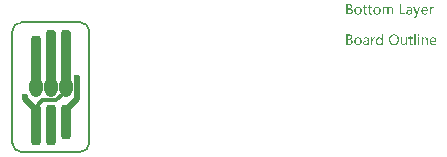
<source format=gbl>
G04*
G04 #@! TF.GenerationSoftware,Altium Limited,Altium Designer,21.9.2 (33)*
G04*
G04 Layer_Physical_Order=2*
G04 Layer_Color=16711680*
%FSAX25Y25*%
%MOIN*%
G70*
G04*
G04 #@! TF.SameCoordinates,076CCB32-9F76-40D1-A627-3FF0FC58CD4E*
G04*
G04*
G04 #@! TF.FilePolarity,Positive*
G04*
G01*
G75*
%ADD10C,0.00787*%
G04:AMPARAMS|DCode=11|XSize=35.43mil|YSize=188.98mil|CornerRadius=13.82mil|HoleSize=0mil|Usage=FLASHONLY|Rotation=180.000|XOffset=0mil|YOffset=0mil|HoleType=Round|Shape=RoundedRectangle|*
%AMROUNDEDRECTD11*
21,1,0.03543,0.16134,0,0,180.0*
21,1,0.00780,0.18898,0,0,180.0*
1,1,0.02764,-0.00390,0.08067*
1,1,0.02764,0.00390,0.08067*
1,1,0.02764,0.00390,-0.08067*
1,1,0.02764,-0.00390,-0.08067*
%
%ADD11ROUNDEDRECTD11*%
G04:AMPARAMS|DCode=12|XSize=35.43mil|YSize=169.29mil|CornerRadius=13.82mil|HoleSize=0mil|Usage=FLASHONLY|Rotation=180.000|XOffset=0mil|YOffset=0mil|HoleType=Round|Shape=RoundedRectangle|*
%AMROUNDEDRECTD12*
21,1,0.03543,0.14165,0,0,180.0*
21,1,0.00780,0.16929,0,0,180.0*
1,1,0.02764,-0.00390,0.07083*
1,1,0.02764,0.00390,0.07083*
1,1,0.02764,0.00390,-0.07083*
1,1,0.02764,-0.00390,-0.07083*
%
%ADD12ROUNDEDRECTD12*%
G04:AMPARAMS|DCode=13|XSize=35.43mil|YSize=135.83mil|CornerRadius=13.82mil|HoleSize=0mil|Usage=FLASHONLY|Rotation=180.000|XOffset=0mil|YOffset=0mil|HoleType=Round|Shape=RoundedRectangle|*
%AMROUNDEDRECTD13*
21,1,0.03543,0.10819,0,0,180.0*
21,1,0.00780,0.13583,0,0,180.0*
1,1,0.02764,-0.00390,0.05409*
1,1,0.02764,0.00390,0.05409*
1,1,0.02764,0.00390,-0.05409*
1,1,0.02764,-0.00390,-0.05409*
%
%ADD13ROUNDEDRECTD13*%
G04:AMPARAMS|DCode=14|XSize=35.43mil|YSize=116.14mil|CornerRadius=13.82mil|HoleSize=0mil|Usage=FLASHONLY|Rotation=180.000|XOffset=0mil|YOffset=0mil|HoleType=Round|Shape=RoundedRectangle|*
%AMROUNDEDRECTD14*
21,1,0.03543,0.08850,0,0,180.0*
21,1,0.00780,0.11614,0,0,180.0*
1,1,0.02764,-0.00390,0.04425*
1,1,0.02764,0.00390,0.04425*
1,1,0.02764,0.00390,-0.04425*
1,1,0.02764,-0.00390,-0.04425*
%
%ADD14ROUNDEDRECTD14*%
%ADD16O,0.04370X0.06732*%
%ADD17C,0.01181*%
%ADD18C,0.01968*%
%ADD19C,0.02362*%
G36*
X0113301Y0026777D02*
X0113319D01*
X0113341Y0026774D01*
X0113393Y0026764D01*
X0113455Y0026749D01*
X0113526Y0026727D01*
X0113600Y0026693D01*
X0113677Y0026653D01*
X0113718Y0026625D01*
X0113755Y0026597D01*
X0113792Y0026566D01*
X0113829Y0026529D01*
X0113866Y0026489D01*
X0113900Y0026446D01*
X0113931Y0026400D01*
X0113962Y0026347D01*
X0113989Y0026291D01*
X0114014Y0026230D01*
X0114036Y0026165D01*
X0114058Y0026094D01*
X0114070Y0026019D01*
X0114082Y0025936D01*
X0114088Y0025850D01*
X0114092Y0025757D01*
Y0024212D01*
X0113690D01*
Y0025652D01*
Y0025658D01*
Y0025670D01*
Y0025692D01*
X0113687Y0025720D01*
Y0025754D01*
X0113684Y0025794D01*
X0113681Y0025837D01*
X0113674Y0025884D01*
X0113659Y0025982D01*
X0113634Y0026081D01*
X0113622Y0026131D01*
X0113603Y0026174D01*
X0113582Y0026217D01*
X0113560Y0026254D01*
Y0026258D01*
X0113554Y0026264D01*
X0113548Y0026273D01*
X0113535Y0026282D01*
X0113523Y0026298D01*
X0113504Y0026313D01*
X0113483Y0026329D01*
X0113458Y0026347D01*
X0113430Y0026366D01*
X0113399Y0026381D01*
X0113362Y0026397D01*
X0113325Y0026412D01*
X0113282Y0026421D01*
X0113233Y0026430D01*
X0113183Y0026437D01*
X0113127Y0026440D01*
X0113103D01*
X0113084Y0026437D01*
X0113063Y0026434D01*
X0113038Y0026427D01*
X0112976Y0026412D01*
X0112942Y0026400D01*
X0112908Y0026381D01*
X0112871Y0026362D01*
X0112837Y0026341D01*
X0112800Y0026313D01*
X0112763Y0026282D01*
X0112726Y0026245D01*
X0112692Y0026205D01*
X0112689Y0026202D01*
X0112686Y0026196D01*
X0112676Y0026180D01*
X0112664Y0026165D01*
X0112652Y0026140D01*
X0112636Y0026112D01*
X0112618Y0026081D01*
X0112602Y0026047D01*
X0112587Y0026007D01*
X0112568Y0025964D01*
X0112553Y0025918D01*
X0112540Y0025868D01*
X0112528Y0025816D01*
X0112522Y0025760D01*
X0112516Y0025704D01*
X0112513Y0025642D01*
Y0024212D01*
X0112111D01*
Y0025701D01*
Y0025704D01*
Y0025710D01*
Y0025720D01*
Y0025732D01*
X0112108Y0025751D01*
Y0025769D01*
X0112101Y0025816D01*
X0112092Y0025871D01*
X0112080Y0025936D01*
X0112065Y0026001D01*
X0112040Y0026072D01*
X0112009Y0026140D01*
X0111972Y0026205D01*
X0111925Y0026270D01*
X0111870Y0026325D01*
X0111805Y0026372D01*
X0111768Y0026390D01*
X0111728Y0026409D01*
X0111684Y0026421D01*
X0111641Y0026430D01*
X0111592Y0026437D01*
X0111539Y0026440D01*
X0111514D01*
X0111496Y0026437D01*
X0111471Y0026434D01*
X0111446Y0026427D01*
X0111385Y0026412D01*
X0111351Y0026400D01*
X0111317Y0026384D01*
X0111280Y0026369D01*
X0111242Y0026347D01*
X0111205Y0026319D01*
X0111168Y0026291D01*
X0111134Y0026258D01*
X0111100Y0026217D01*
X0111097Y0026214D01*
X0111094Y0026208D01*
X0111085Y0026196D01*
X0111073Y0026177D01*
X0111060Y0026155D01*
X0111048Y0026131D01*
X0111032Y0026100D01*
X0111017Y0026063D01*
X0110998Y0026023D01*
X0110983Y0025979D01*
X0110971Y0025933D01*
X0110958Y0025884D01*
X0110946Y0025828D01*
X0110937Y0025769D01*
X0110933Y0025707D01*
X0110930Y0025642D01*
Y0024212D01*
X0110529D01*
Y0026721D01*
X0110930D01*
Y0026322D01*
X0110940D01*
X0110943Y0026329D01*
X0110952Y0026341D01*
X0110968Y0026366D01*
X0110989Y0026393D01*
X0111017Y0026427D01*
X0111051Y0026468D01*
X0111091Y0026508D01*
X0111137Y0026551D01*
X0111190Y0026594D01*
X0111249Y0026634D01*
X0111314Y0026675D01*
X0111382Y0026709D01*
X0111459Y0026736D01*
X0111542Y0026761D01*
X0111629Y0026774D01*
X0111722Y0026780D01*
X0111746D01*
X0111765Y0026777D01*
X0111786D01*
X0111814Y0026774D01*
X0111842Y0026767D01*
X0111873Y0026761D01*
X0111944Y0026746D01*
X0112018Y0026718D01*
X0112092Y0026684D01*
X0112129Y0026659D01*
X0112166Y0026634D01*
X0112170Y0026631D01*
X0112176Y0026628D01*
X0112185Y0026619D01*
X0112197Y0026610D01*
X0112231Y0026576D01*
X0112271Y0026536D01*
X0112315Y0026480D01*
X0112358Y0026415D01*
X0112398Y0026341D01*
X0112429Y0026258D01*
X0112432Y0026264D01*
X0112441Y0026279D01*
X0112460Y0026307D01*
X0112482Y0026338D01*
X0112513Y0026378D01*
X0112547Y0026424D01*
X0112590Y0026471D01*
X0112639Y0026520D01*
X0112695Y0026566D01*
X0112757Y0026616D01*
X0112825Y0026659D01*
X0112899Y0026699D01*
X0112982Y0026730D01*
X0113069Y0026758D01*
X0113164Y0026774D01*
X0113263Y0026780D01*
X0113285D01*
X0113301Y0026777D01*
D02*
G37*
G36*
X0127317Y0026761D02*
X0127351D01*
X0127388Y0026755D01*
X0127428Y0026749D01*
X0127468Y0026743D01*
X0127502Y0026730D01*
Y0026313D01*
X0127496Y0026316D01*
X0127483Y0026325D01*
X0127459Y0026338D01*
X0127425Y0026353D01*
X0127378Y0026369D01*
X0127329Y0026381D01*
X0127267Y0026390D01*
X0127196Y0026393D01*
X0127172D01*
X0127153Y0026390D01*
X0127131Y0026387D01*
X0127107Y0026381D01*
X0127048Y0026362D01*
X0127014Y0026350D01*
X0126980Y0026335D01*
X0126943Y0026313D01*
X0126906Y0026291D01*
X0126872Y0026264D01*
X0126835Y0026230D01*
X0126801Y0026193D01*
X0126767Y0026149D01*
X0126764Y0026146D01*
X0126760Y0026137D01*
X0126751Y0026125D01*
X0126739Y0026106D01*
X0126726Y0026081D01*
X0126711Y0026050D01*
X0126696Y0026016D01*
X0126680Y0025976D01*
X0126665Y0025933D01*
X0126649Y0025884D01*
X0126634Y0025828D01*
X0126621Y0025769D01*
X0126609Y0025704D01*
X0126600Y0025636D01*
X0126597Y0025565D01*
X0126594Y0025488D01*
Y0024212D01*
X0126192D01*
Y0026721D01*
X0126594D01*
Y0026202D01*
X0126603D01*
Y0026205D01*
X0126606Y0026214D01*
X0126612Y0026227D01*
X0126618Y0026245D01*
X0126628Y0026267D01*
X0126640Y0026294D01*
X0126668Y0026353D01*
X0126705Y0026421D01*
X0126751Y0026489D01*
X0126804Y0026554D01*
X0126866Y0026616D01*
X0126869Y0026619D01*
X0126875Y0026622D01*
X0126884Y0026628D01*
X0126897Y0026641D01*
X0126912Y0026650D01*
X0126934Y0026662D01*
X0126980Y0026690D01*
X0127039Y0026718D01*
X0127107Y0026743D01*
X0127181Y0026758D01*
X0127221Y0026761D01*
X0127261Y0026764D01*
X0127286D01*
X0127317Y0026761D01*
D02*
G37*
G36*
X0121983Y0023810D02*
Y0023807D01*
X0121980Y0023801D01*
X0121974Y0023792D01*
X0121968Y0023776D01*
X0121962Y0023758D01*
X0121952Y0023739D01*
X0121928Y0023690D01*
X0121894Y0023631D01*
X0121857Y0023563D01*
X0121810Y0023495D01*
X0121758Y0023421D01*
X0121699Y0023350D01*
X0121634Y0023279D01*
X0121563Y0023211D01*
X0121486Y0023152D01*
X0121402Y0023103D01*
X0121359Y0023084D01*
X0121313Y0023065D01*
X0121266Y0023050D01*
X0121217Y0023041D01*
X0121168Y0023035D01*
X0121115Y0023031D01*
X0121090D01*
X0121059Y0023035D01*
X0121022D01*
X0120982Y0023041D01*
X0120939Y0023047D01*
X0120893Y0023053D01*
X0120852Y0023065D01*
Y0023424D01*
X0120859Y0023421D01*
X0120874Y0023418D01*
X0120899Y0023412D01*
X0120930Y0023402D01*
X0120967Y0023393D01*
X0121007Y0023387D01*
X0121050Y0023384D01*
X0121090Y0023381D01*
X0121103D01*
X0121118Y0023384D01*
X0121140Y0023387D01*
X0121165Y0023393D01*
X0121195Y0023399D01*
X0121226Y0023412D01*
X0121263Y0023427D01*
X0121297Y0023446D01*
X0121337Y0023470D01*
X0121375Y0023498D01*
X0121412Y0023532D01*
X0121449Y0023575D01*
X0121486Y0023622D01*
X0121517Y0023677D01*
X0121548Y0023742D01*
X0121748Y0024215D01*
X0120769Y0026721D01*
X0121214D01*
X0121894Y0024790D01*
Y0024787D01*
X0121897Y0024780D01*
X0121900Y0024771D01*
X0121906Y0024753D01*
X0121912Y0024728D01*
X0121918Y0024694D01*
X0121931Y0024651D01*
X0121943Y0024598D01*
X0121959D01*
Y0024601D01*
X0121962Y0024611D01*
X0121965Y0024623D01*
X0121971Y0024645D01*
X0121977Y0024669D01*
X0121983Y0024700D01*
X0121996Y0024740D01*
X0122008Y0024783D01*
X0122722Y0026721D01*
X0123136D01*
X0121983Y0023810D01*
D02*
G37*
G36*
X0119536Y0026777D02*
X0119558D01*
X0119579Y0026774D01*
X0119607Y0026770D01*
X0119638Y0026764D01*
X0119703Y0026752D01*
X0119780Y0026730D01*
X0119857Y0026702D01*
X0119941Y0026662D01*
X0120024Y0026613D01*
X0120064Y0026585D01*
X0120105Y0026551D01*
X0120142Y0026514D01*
X0120179Y0026477D01*
X0120213Y0026434D01*
X0120244Y0026384D01*
X0120275Y0026335D01*
X0120302Y0026279D01*
X0120324Y0026217D01*
X0120346Y0026152D01*
X0120361Y0026084D01*
X0120373Y0026007D01*
X0120380Y0025930D01*
X0120383Y0025843D01*
Y0024212D01*
X0119981D01*
Y0024601D01*
X0119972D01*
X0119969Y0024595D01*
X0119959Y0024583D01*
X0119944Y0024561D01*
X0119922Y0024530D01*
X0119895Y0024496D01*
X0119860Y0024459D01*
X0119823Y0024419D01*
X0119777Y0024379D01*
X0119725Y0024336D01*
X0119669Y0024295D01*
X0119604Y0024258D01*
X0119536Y0024224D01*
X0119459Y0024193D01*
X0119378Y0024172D01*
X0119292Y0024159D01*
X0119199Y0024153D01*
X0119162D01*
X0119138Y0024156D01*
X0119107Y0024159D01*
X0119070Y0024162D01*
X0119029Y0024169D01*
X0118986Y0024178D01*
X0118890Y0024203D01*
X0118844Y0024218D01*
X0118795Y0024237D01*
X0118745Y0024258D01*
X0118699Y0024286D01*
X0118655Y0024317D01*
X0118612Y0024351D01*
X0118609Y0024354D01*
X0118603Y0024360D01*
X0118594Y0024373D01*
X0118578Y0024388D01*
X0118563Y0024407D01*
X0118547Y0024431D01*
X0118526Y0024459D01*
X0118507Y0024490D01*
X0118489Y0024527D01*
X0118470Y0024567D01*
X0118451Y0024611D01*
X0118436Y0024657D01*
X0118421Y0024706D01*
X0118411Y0024759D01*
X0118405Y0024817D01*
X0118402Y0024876D01*
Y0024879D01*
Y0024885D01*
Y0024895D01*
X0118405Y0024907D01*
Y0024923D01*
X0118408Y0024941D01*
X0118414Y0024987D01*
X0118427Y0025043D01*
X0118445Y0025105D01*
X0118470Y0025173D01*
X0118507Y0025244D01*
X0118550Y0025315D01*
X0118603Y0025386D01*
X0118637Y0025420D01*
X0118671Y0025454D01*
X0118711Y0025488D01*
X0118751Y0025519D01*
X0118798Y0025550D01*
X0118847Y0025578D01*
X0118900Y0025602D01*
X0118958Y0025627D01*
X0119020Y0025649D01*
X0119085Y0025667D01*
X0119156Y0025683D01*
X0119230Y0025695D01*
X0119981Y0025800D01*
Y0025803D01*
Y0025806D01*
Y0025816D01*
Y0025828D01*
X0119978Y0025859D01*
X0119972Y0025899D01*
X0119966Y0025949D01*
X0119953Y0026004D01*
X0119938Y0026060D01*
X0119916Y0026122D01*
X0119888Y0026180D01*
X0119854Y0026239D01*
X0119814Y0026291D01*
X0119765Y0026341D01*
X0119703Y0026381D01*
X0119635Y0026412D01*
X0119598Y0026424D01*
X0119555Y0026434D01*
X0119511Y0026437D01*
X0119465Y0026440D01*
X0119443D01*
X0119422Y0026437D01*
X0119388Y0026434D01*
X0119348Y0026430D01*
X0119301Y0026424D01*
X0119249Y0026415D01*
X0119193Y0026403D01*
X0119131Y0026384D01*
X0119066Y0026366D01*
X0118998Y0026341D01*
X0118927Y0026310D01*
X0118856Y0026273D01*
X0118785Y0026233D01*
X0118714Y0026186D01*
X0118646Y0026131D01*
Y0026542D01*
X0118649Y0026545D01*
X0118662Y0026551D01*
X0118683Y0026563D01*
X0118711Y0026579D01*
X0118748Y0026597D01*
X0118788Y0026616D01*
X0118838Y0026638D01*
X0118893Y0026662D01*
X0118952Y0026684D01*
X0119017Y0026706D01*
X0119088Y0026724D01*
X0119162Y0026743D01*
X0119243Y0026758D01*
X0119323Y0026770D01*
X0119409Y0026777D01*
X0119499Y0026780D01*
X0119521D01*
X0119536Y0026777D01*
D02*
G37*
G36*
X0116693Y0024583D02*
X0118105D01*
Y0024212D01*
X0116282D01*
Y0027725D01*
X0116693D01*
Y0024583D01*
D02*
G37*
G36*
X0099501Y0027722D02*
X0099538Y0027719D01*
X0099581Y0027713D01*
X0099630Y0027707D01*
X0099686Y0027697D01*
X0099742Y0027685D01*
X0099800Y0027670D01*
X0099862Y0027651D01*
X0099921Y0027629D01*
X0099983Y0027605D01*
X0100038Y0027574D01*
X0100094Y0027540D01*
X0100146Y0027500D01*
X0100149Y0027497D01*
X0100159Y0027490D01*
X0100171Y0027478D01*
X0100187Y0027459D01*
X0100208Y0027438D01*
X0100230Y0027410D01*
X0100254Y0027379D01*
X0100279Y0027345D01*
X0100304Y0027305D01*
X0100329Y0027262D01*
X0100350Y0027212D01*
X0100372Y0027163D01*
X0100387Y0027107D01*
X0100400Y0027049D01*
X0100409Y0026987D01*
X0100412Y0026922D01*
Y0026919D01*
Y0026909D01*
Y0026894D01*
X0100409Y0026872D01*
X0100406Y0026845D01*
X0100403Y0026817D01*
X0100400Y0026783D01*
X0100393Y0026746D01*
X0100372Y0026662D01*
X0100344Y0026576D01*
X0100326Y0026529D01*
X0100304Y0026486D01*
X0100279Y0026443D01*
X0100251Y0026400D01*
X0100248Y0026397D01*
X0100245Y0026390D01*
X0100236Y0026378D01*
X0100221Y0026362D01*
X0100205Y0026347D01*
X0100187Y0026325D01*
X0100162Y0026304D01*
X0100137Y0026279D01*
X0100106Y0026254D01*
X0100072Y0026227D01*
X0100035Y0026202D01*
X0099995Y0026174D01*
X0099952Y0026149D01*
X0099908Y0026128D01*
X0099806Y0026087D01*
Y0026078D01*
X0099809D01*
X0099822Y0026075D01*
X0099840Y0026072D01*
X0099865Y0026069D01*
X0099896Y0026063D01*
X0099930Y0026054D01*
X0099970Y0026041D01*
X0100010Y0026029D01*
X0100100Y0025995D01*
X0100149Y0025973D01*
X0100196Y0025945D01*
X0100242Y0025918D01*
X0100288Y0025887D01*
X0100335Y0025850D01*
X0100375Y0025809D01*
X0100378Y0025806D01*
X0100384Y0025800D01*
X0100393Y0025788D01*
X0100409Y0025769D01*
X0100424Y0025745D01*
X0100443Y0025720D01*
X0100461Y0025686D01*
X0100483Y0025652D01*
X0100502Y0025612D01*
X0100520Y0025565D01*
X0100539Y0025519D01*
X0100554Y0025466D01*
X0100570Y0025408D01*
X0100579Y0025349D01*
X0100585Y0025287D01*
X0100588Y0025219D01*
Y0025213D01*
Y0025201D01*
X0100585Y0025176D01*
X0100582Y0025145D01*
X0100579Y0025105D01*
X0100570Y0025062D01*
X0100560Y0025012D01*
X0100548Y0024960D01*
X0100530Y0024901D01*
X0100508Y0024842D01*
X0100483Y0024783D01*
X0100452Y0024722D01*
X0100415Y0024660D01*
X0100372Y0024601D01*
X0100322Y0024546D01*
X0100264Y0024490D01*
X0100261Y0024487D01*
X0100248Y0024478D01*
X0100230Y0024465D01*
X0100205Y0024447D01*
X0100174Y0024425D01*
X0100134Y0024404D01*
X0100091Y0024376D01*
X0100041Y0024351D01*
X0099983Y0024326D01*
X0099921Y0024302D01*
X0099856Y0024277D01*
X0099782Y0024255D01*
X0099704Y0024237D01*
X0099624Y0024224D01*
X0099538Y0024215D01*
X0099448Y0024212D01*
X0098425D01*
Y0027725D01*
X0099467D01*
X0099501Y0027722D01*
D02*
G37*
G36*
X0106419Y0026721D02*
X0107053D01*
Y0026375D01*
X0106419D01*
Y0024963D01*
Y0024960D01*
Y0024950D01*
Y0024938D01*
Y0024923D01*
X0106422Y0024901D01*
X0106425Y0024876D01*
X0106431Y0024824D01*
X0106441Y0024762D01*
X0106456Y0024703D01*
X0106478Y0024648D01*
X0106490Y0024623D01*
X0106506Y0024601D01*
X0106509Y0024598D01*
X0106521Y0024586D01*
X0106543Y0024567D01*
X0106573Y0024549D01*
X0106614Y0024527D01*
X0106663Y0024512D01*
X0106722Y0024499D01*
X0106790Y0024493D01*
X0106815D01*
X0106842Y0024496D01*
X0106879Y0024502D01*
X0106920Y0024515D01*
X0106966Y0024527D01*
X0107009Y0024549D01*
X0107053Y0024577D01*
Y0024234D01*
X0107049D01*
X0107046Y0024230D01*
X0107037Y0024227D01*
X0107028Y0024221D01*
X0106994Y0024209D01*
X0106954Y0024196D01*
X0106898Y0024184D01*
X0106833Y0024172D01*
X0106759Y0024162D01*
X0106676Y0024159D01*
X0106648D01*
X0106614Y0024166D01*
X0106573Y0024172D01*
X0106524Y0024181D01*
X0106468Y0024200D01*
X0106407Y0024221D01*
X0106348Y0024252D01*
X0106286Y0024289D01*
X0106224Y0024339D01*
X0106169Y0024397D01*
X0106144Y0024431D01*
X0106119Y0024468D01*
X0106098Y0024509D01*
X0106079Y0024552D01*
X0106061Y0024598D01*
X0106045Y0024651D01*
X0106033Y0024703D01*
X0106024Y0024762D01*
X0106020Y0024824D01*
X0106017Y0024892D01*
Y0026375D01*
X0105588D01*
Y0026721D01*
X0106017D01*
Y0027333D01*
X0106419Y0027463D01*
Y0026721D01*
D02*
G37*
G36*
X0104719D02*
X0105353D01*
Y0026375D01*
X0104719D01*
Y0024963D01*
Y0024960D01*
Y0024950D01*
Y0024938D01*
Y0024923D01*
X0104723Y0024901D01*
X0104726Y0024876D01*
X0104732Y0024824D01*
X0104741Y0024762D01*
X0104757Y0024703D01*
X0104778Y0024648D01*
X0104791Y0024623D01*
X0104806Y0024601D01*
X0104809Y0024598D01*
X0104822Y0024586D01*
X0104843Y0024567D01*
X0104874Y0024549D01*
X0104914Y0024527D01*
X0104964Y0024512D01*
X0105022Y0024499D01*
X0105090Y0024493D01*
X0105115D01*
X0105143Y0024496D01*
X0105180Y0024502D01*
X0105220Y0024515D01*
X0105266Y0024527D01*
X0105310Y0024549D01*
X0105353Y0024577D01*
Y0024234D01*
X0105350D01*
X0105347Y0024230D01*
X0105338Y0024227D01*
X0105328Y0024221D01*
X0105294Y0024209D01*
X0105254Y0024196D01*
X0105199Y0024184D01*
X0105134Y0024172D01*
X0105059Y0024162D01*
X0104976Y0024159D01*
X0104948D01*
X0104914Y0024166D01*
X0104874Y0024172D01*
X0104825Y0024181D01*
X0104769Y0024200D01*
X0104707Y0024221D01*
X0104648Y0024252D01*
X0104587Y0024289D01*
X0104525Y0024339D01*
X0104469Y0024397D01*
X0104445Y0024431D01*
X0104420Y0024468D01*
X0104398Y0024509D01*
X0104380Y0024552D01*
X0104361Y0024598D01*
X0104346Y0024651D01*
X0104333Y0024703D01*
X0104324Y0024762D01*
X0104321Y0024824D01*
X0104318Y0024892D01*
Y0026375D01*
X0103888D01*
Y0026721D01*
X0104318D01*
Y0027333D01*
X0104719Y0027463D01*
Y0026721D01*
D02*
G37*
G36*
X0124601Y0026777D02*
X0124635Y0026774D01*
X0124678Y0026770D01*
X0124724Y0026764D01*
X0124777Y0026752D01*
X0124832Y0026739D01*
X0124894Y0026724D01*
X0124956Y0026702D01*
X0125018Y0026675D01*
X0125083Y0026644D01*
X0125144Y0026607D01*
X0125203Y0026563D01*
X0125262Y0026514D01*
X0125314Y0026458D01*
X0125318Y0026455D01*
X0125327Y0026443D01*
X0125339Y0026424D01*
X0125358Y0026400D01*
X0125376Y0026369D01*
X0125401Y0026329D01*
X0125426Y0026282D01*
X0125450Y0026230D01*
X0125475Y0026168D01*
X0125500Y0026103D01*
X0125524Y0026029D01*
X0125543Y0025951D01*
X0125562Y0025865D01*
X0125574Y0025775D01*
X0125583Y0025677D01*
X0125586Y0025575D01*
Y0025364D01*
X0123813D01*
Y0025358D01*
Y0025346D01*
X0123816Y0025324D01*
X0123819Y0025297D01*
X0123822Y0025259D01*
X0123828Y0025219D01*
X0123834Y0025176D01*
X0123847Y0025126D01*
X0123874Y0025021D01*
X0123893Y0024969D01*
X0123915Y0024913D01*
X0123939Y0024861D01*
X0123967Y0024808D01*
X0124001Y0024762D01*
X0124038Y0024715D01*
X0124041Y0024712D01*
X0124048Y0024706D01*
X0124060Y0024694D01*
X0124078Y0024682D01*
X0124100Y0024663D01*
X0124128Y0024645D01*
X0124159Y0024623D01*
X0124193Y0024604D01*
X0124233Y0024583D01*
X0124279Y0024561D01*
X0124326Y0024543D01*
X0124381Y0024524D01*
X0124437Y0024512D01*
X0124499Y0024499D01*
X0124564Y0024493D01*
X0124632Y0024490D01*
X0124650D01*
X0124672Y0024493D01*
X0124703D01*
X0124740Y0024499D01*
X0124783Y0024505D01*
X0124832Y0024515D01*
X0124888Y0024524D01*
X0124947Y0024539D01*
X0125008Y0024558D01*
X0125073Y0024580D01*
X0125138Y0024607D01*
X0125206Y0024638D01*
X0125274Y0024675D01*
X0125342Y0024719D01*
X0125410Y0024768D01*
Y0024391D01*
X0125407Y0024388D01*
X0125395Y0024382D01*
X0125376Y0024370D01*
X0125351Y0024354D01*
X0125318Y0024336D01*
X0125277Y0024317D01*
X0125231Y0024295D01*
X0125178Y0024274D01*
X0125117Y0024249D01*
X0125052Y0024227D01*
X0124981Y0024209D01*
X0124903Y0024190D01*
X0124820Y0024175D01*
X0124730Y0024162D01*
X0124635Y0024156D01*
X0124536Y0024153D01*
X0124511D01*
X0124486Y0024156D01*
X0124449Y0024159D01*
X0124403Y0024162D01*
X0124350Y0024172D01*
X0124295Y0024181D01*
X0124233Y0024196D01*
X0124168Y0024215D01*
X0124100Y0024237D01*
X0124029Y0024264D01*
X0123961Y0024295D01*
X0123890Y0024336D01*
X0123825Y0024382D01*
X0123760Y0024434D01*
X0123701Y0024493D01*
X0123698Y0024496D01*
X0123689Y0024509D01*
X0123674Y0024530D01*
X0123655Y0024558D01*
X0123630Y0024592D01*
X0123606Y0024635D01*
X0123578Y0024685D01*
X0123550Y0024743D01*
X0123522Y0024805D01*
X0123494Y0024879D01*
X0123470Y0024957D01*
X0123445Y0025043D01*
X0123426Y0025136D01*
X0123411Y0025235D01*
X0123402Y0025343D01*
X0123399Y0025454D01*
Y0025457D01*
Y0025460D01*
Y0025469D01*
Y0025479D01*
X0123402Y0025510D01*
X0123405Y0025553D01*
X0123408Y0025602D01*
X0123417Y0025658D01*
X0123426Y0025723D01*
X0123439Y0025794D01*
X0123457Y0025868D01*
X0123479Y0025945D01*
X0123507Y0026026D01*
X0123538Y0026106D01*
X0123575Y0026183D01*
X0123621Y0026264D01*
X0123670Y0026338D01*
X0123729Y0026409D01*
X0123732Y0026412D01*
X0123745Y0026424D01*
X0123763Y0026443D01*
X0123788Y0026468D01*
X0123822Y0026495D01*
X0123862Y0026526D01*
X0123905Y0026560D01*
X0123958Y0026594D01*
X0124013Y0026628D01*
X0124078Y0026662D01*
X0124146Y0026693D01*
X0124217Y0026721D01*
X0124295Y0026746D01*
X0124378Y0026764D01*
X0124465Y0026777D01*
X0124554Y0026780D01*
X0124576D01*
X0124601Y0026777D01*
D02*
G37*
G36*
X0108749D02*
X0108789Y0026774D01*
X0108835Y0026770D01*
X0108891Y0026761D01*
X0108950Y0026752D01*
X0109015Y0026736D01*
X0109086Y0026718D01*
X0109157Y0026696D01*
X0109228Y0026668D01*
X0109302Y0026634D01*
X0109373Y0026594D01*
X0109444Y0026548D01*
X0109509Y0026495D01*
X0109571Y0026434D01*
X0109574Y0026430D01*
X0109583Y0026418D01*
X0109599Y0026397D01*
X0109620Y0026369D01*
X0109645Y0026335D01*
X0109670Y0026291D01*
X0109701Y0026242D01*
X0109728Y0026183D01*
X0109759Y0026118D01*
X0109787Y0026047D01*
X0109812Y0025970D01*
X0109837Y0025884D01*
X0109858Y0025791D01*
X0109874Y0025692D01*
X0109883Y0025587D01*
X0109886Y0025476D01*
Y0025473D01*
Y0025469D01*
Y0025460D01*
Y0025448D01*
X0109883Y0025417D01*
X0109880Y0025377D01*
X0109877Y0025324D01*
X0109868Y0025266D01*
X0109858Y0025201D01*
X0109843Y0025130D01*
X0109824Y0025055D01*
X0109803Y0024975D01*
X0109775Y0024895D01*
X0109744Y0024814D01*
X0109704Y0024734D01*
X0109657Y0024657D01*
X0109605Y0024583D01*
X0109546Y0024512D01*
X0109543Y0024509D01*
X0109531Y0024496D01*
X0109512Y0024478D01*
X0109484Y0024456D01*
X0109450Y0024428D01*
X0109410Y0024397D01*
X0109361Y0024366D01*
X0109305Y0024332D01*
X0109243Y0024298D01*
X0109175Y0024268D01*
X0109101Y0024237D01*
X0109021Y0024209D01*
X0108931Y0024187D01*
X0108838Y0024169D01*
X0108743Y0024156D01*
X0108638Y0024153D01*
X0108613D01*
X0108585Y0024156D01*
X0108545Y0024159D01*
X0108499Y0024162D01*
X0108443Y0024172D01*
X0108384Y0024181D01*
X0108319Y0024196D01*
X0108248Y0024215D01*
X0108177Y0024240D01*
X0108103Y0024268D01*
X0108029Y0024302D01*
X0107955Y0024342D01*
X0107881Y0024388D01*
X0107813Y0024441D01*
X0107748Y0024502D01*
X0107745Y0024505D01*
X0107732Y0024518D01*
X0107717Y0024539D01*
X0107695Y0024567D01*
X0107670Y0024601D01*
X0107643Y0024645D01*
X0107615Y0024694D01*
X0107584Y0024753D01*
X0107553Y0024814D01*
X0107522Y0024885D01*
X0107494Y0024963D01*
X0107470Y0025046D01*
X0107448Y0025133D01*
X0107432Y0025229D01*
X0107420Y0025330D01*
X0107417Y0025436D01*
Y0025439D01*
Y0025442D01*
Y0025451D01*
Y0025463D01*
X0107420Y0025497D01*
X0107423Y0025541D01*
X0107426Y0025593D01*
X0107436Y0025655D01*
X0107445Y0025723D01*
X0107460Y0025797D01*
X0107479Y0025874D01*
X0107501Y0025955D01*
X0107528Y0026038D01*
X0107562Y0026122D01*
X0107603Y0026202D01*
X0107646Y0026279D01*
X0107698Y0026353D01*
X0107760Y0026424D01*
X0107763Y0026427D01*
X0107775Y0026440D01*
X0107797Y0026458D01*
X0107825Y0026480D01*
X0107859Y0026508D01*
X0107902Y0026536D01*
X0107952Y0026570D01*
X0108007Y0026603D01*
X0108069Y0026634D01*
X0108140Y0026668D01*
X0108217Y0026696D01*
X0108301Y0026724D01*
X0108390Y0026746D01*
X0108486Y0026764D01*
X0108588Y0026777D01*
X0108696Y0026780D01*
X0108721D01*
X0108749Y0026777D01*
D02*
G37*
G36*
X0102408D02*
X0102448Y0026774D01*
X0102495Y0026770D01*
X0102550Y0026761D01*
X0102609Y0026752D01*
X0102674Y0026736D01*
X0102745Y0026718D01*
X0102816Y0026696D01*
X0102887Y0026668D01*
X0102961Y0026634D01*
X0103032Y0026594D01*
X0103103Y0026548D01*
X0103168Y0026495D01*
X0103230Y0026434D01*
X0103233Y0026430D01*
X0103243Y0026418D01*
X0103258Y0026397D01*
X0103280Y0026369D01*
X0103304Y0026335D01*
X0103329Y0026291D01*
X0103360Y0026242D01*
X0103388Y0026183D01*
X0103419Y0026118D01*
X0103446Y0026047D01*
X0103471Y0025970D01*
X0103496Y0025884D01*
X0103517Y0025791D01*
X0103533Y0025692D01*
X0103542Y0025587D01*
X0103545Y0025476D01*
Y0025473D01*
Y0025469D01*
Y0025460D01*
Y0025448D01*
X0103542Y0025417D01*
X0103539Y0025377D01*
X0103536Y0025324D01*
X0103527Y0025266D01*
X0103517Y0025201D01*
X0103502Y0025130D01*
X0103483Y0025055D01*
X0103462Y0024975D01*
X0103434Y0024895D01*
X0103403Y0024814D01*
X0103363Y0024734D01*
X0103317Y0024657D01*
X0103264Y0024583D01*
X0103205Y0024512D01*
X0103202Y0024509D01*
X0103190Y0024496D01*
X0103171Y0024478D01*
X0103144Y0024456D01*
X0103110Y0024428D01*
X0103069Y0024397D01*
X0103020Y0024366D01*
X0102964Y0024332D01*
X0102903Y0024298D01*
X0102835Y0024268D01*
X0102761Y0024237D01*
X0102680Y0024209D01*
X0102591Y0024187D01*
X0102498Y0024169D01*
X0102402Y0024156D01*
X0102297Y0024153D01*
X0102272D01*
X0102244Y0024156D01*
X0102204Y0024159D01*
X0102158Y0024162D01*
X0102102Y0024172D01*
X0102044Y0024181D01*
X0101979Y0024196D01*
X0101908Y0024215D01*
X0101837Y0024240D01*
X0101762Y0024268D01*
X0101688Y0024302D01*
X0101614Y0024342D01*
X0101540Y0024388D01*
X0101472Y0024441D01*
X0101407Y0024502D01*
X0101404Y0024505D01*
X0101392Y0024518D01*
X0101376Y0024539D01*
X0101355Y0024567D01*
X0101330Y0024601D01*
X0101302Y0024645D01*
X0101274Y0024694D01*
X0101243Y0024753D01*
X0101212Y0024814D01*
X0101181Y0024885D01*
X0101154Y0024963D01*
X0101129Y0025046D01*
X0101107Y0025133D01*
X0101092Y0025229D01*
X0101079Y0025330D01*
X0101076Y0025436D01*
Y0025439D01*
Y0025442D01*
Y0025451D01*
Y0025463D01*
X0101079Y0025497D01*
X0101083Y0025541D01*
X0101086Y0025593D01*
X0101095Y0025655D01*
X0101104Y0025723D01*
X0101120Y0025797D01*
X0101138Y0025874D01*
X0101160Y0025955D01*
X0101188Y0026038D01*
X0101222Y0026122D01*
X0101262Y0026202D01*
X0101305Y0026279D01*
X0101358Y0026353D01*
X0101419Y0026424D01*
X0101423Y0026427D01*
X0101435Y0026440D01*
X0101456Y0026458D01*
X0101484Y0026480D01*
X0101518Y0026508D01*
X0101561Y0026536D01*
X0101611Y0026570D01*
X0101667Y0026603D01*
X0101728Y0026634D01*
X0101799Y0026668D01*
X0101877Y0026696D01*
X0101960Y0026724D01*
X0102050Y0026746D01*
X0102146Y0026764D01*
X0102248Y0026777D01*
X0102356Y0026780D01*
X0102380D01*
X0102408Y0026777D01*
D02*
G37*
G36*
X0122595Y0017700D02*
X0122623Y0017694D01*
X0122651Y0017684D01*
X0122682Y0017669D01*
X0122713Y0017650D01*
X0122743Y0017626D01*
X0122747Y0017623D01*
X0122756Y0017613D01*
X0122768Y0017598D01*
X0122784Y0017576D01*
X0122796Y0017548D01*
X0122808Y0017517D01*
X0122818Y0017480D01*
X0122821Y0017440D01*
Y0017434D01*
Y0017422D01*
X0122818Y0017403D01*
X0122811Y0017375D01*
X0122802Y0017348D01*
X0122787Y0017317D01*
X0122768Y0017286D01*
X0122743Y0017255D01*
X0122740Y0017252D01*
X0122731Y0017243D01*
X0122713Y0017230D01*
X0122691Y0017218D01*
X0122663Y0017205D01*
X0122632Y0017193D01*
X0122598Y0017184D01*
X0122558Y0017181D01*
X0122540D01*
X0122521Y0017184D01*
X0122493Y0017190D01*
X0122465Y0017199D01*
X0122434Y0017212D01*
X0122404Y0017227D01*
X0122373Y0017252D01*
X0122370Y0017255D01*
X0122360Y0017264D01*
X0122348Y0017283D01*
X0122336Y0017304D01*
X0122323Y0017329D01*
X0122311Y0017363D01*
X0122302Y0017400D01*
X0122299Y0017440D01*
Y0017446D01*
Y0017459D01*
X0122302Y0017480D01*
X0122308Y0017505D01*
X0122317Y0017536D01*
X0122329Y0017567D01*
X0122348Y0017598D01*
X0122373Y0017626D01*
X0122376Y0017629D01*
X0122385Y0017638D01*
X0122404Y0017650D01*
X0122425Y0017666D01*
X0122453Y0017678D01*
X0122484Y0017691D01*
X0122518Y0017700D01*
X0122558Y0017703D01*
X0122577D01*
X0122595Y0017700D01*
D02*
G37*
G36*
X0110628Y0014035D02*
X0110226D01*
Y0014458D01*
X0110217D01*
X0110213Y0014452D01*
X0110204Y0014437D01*
X0110186Y0014415D01*
X0110164Y0014384D01*
X0110133Y0014347D01*
X0110099Y0014307D01*
X0110056Y0014264D01*
X0110003Y0014217D01*
X0109948Y0014171D01*
X0109883Y0014128D01*
X0109812Y0014088D01*
X0109735Y0014051D01*
X0109651Y0014020D01*
X0109558Y0013998D01*
X0109460Y0013983D01*
X0109354Y0013976D01*
X0109333D01*
X0109308Y0013980D01*
X0109277Y0013983D01*
X0109237Y0013986D01*
X0109191Y0013995D01*
X0109138Y0014004D01*
X0109083Y0014020D01*
X0109024Y0014035D01*
X0108962Y0014060D01*
X0108900Y0014085D01*
X0108835Y0014119D01*
X0108774Y0014156D01*
X0108712Y0014202D01*
X0108653Y0014254D01*
X0108598Y0014313D01*
X0108594Y0014316D01*
X0108585Y0014329D01*
X0108573Y0014347D01*
X0108554Y0014375D01*
X0108533Y0014409D01*
X0108508Y0014449D01*
X0108483Y0014499D01*
X0108458Y0014554D01*
X0108431Y0014616D01*
X0108406Y0014684D01*
X0108381Y0014761D01*
X0108360Y0014842D01*
X0108341Y0014928D01*
X0108329Y0015024D01*
X0108319Y0015123D01*
X0108316Y0015228D01*
Y0015231D01*
Y0015234D01*
Y0015243D01*
Y0015256D01*
X0108319Y0015286D01*
X0108323Y0015330D01*
X0108326Y0015385D01*
X0108332Y0015444D01*
X0108341Y0015512D01*
X0108356Y0015586D01*
X0108372Y0015664D01*
X0108394Y0015747D01*
X0108418Y0015827D01*
X0108449Y0015914D01*
X0108483Y0015994D01*
X0108526Y0016074D01*
X0108573Y0016152D01*
X0108628Y0016226D01*
X0108632Y0016229D01*
X0108644Y0016241D01*
X0108662Y0016260D01*
X0108687Y0016285D01*
X0108718Y0016312D01*
X0108755Y0016346D01*
X0108801Y0016380D01*
X0108851Y0016414D01*
X0108910Y0016448D01*
X0108971Y0016482D01*
X0109039Y0016516D01*
X0109114Y0016544D01*
X0109194Y0016569D01*
X0109280Y0016587D01*
X0109370Y0016600D01*
X0109466Y0016603D01*
X0109487D01*
X0109515Y0016600D01*
X0109549Y0016597D01*
X0109592Y0016590D01*
X0109642Y0016581D01*
X0109694Y0016569D01*
X0109753Y0016553D01*
X0109815Y0016532D01*
X0109877Y0016504D01*
X0109939Y0016470D01*
X0110000Y0016430D01*
X0110059Y0016384D01*
X0110118Y0016331D01*
X0110170Y0016266D01*
X0110217Y0016195D01*
X0110226D01*
Y0017749D01*
X0110628D01*
Y0014035D01*
D02*
G37*
G36*
X0124842Y0016600D02*
X0124869D01*
X0124903Y0016594D01*
X0124944Y0016587D01*
X0124987Y0016581D01*
X0125033Y0016569D01*
X0125083Y0016556D01*
X0125135Y0016538D01*
X0125188Y0016516D01*
X0125240Y0016489D01*
X0125290Y0016458D01*
X0125339Y0016424D01*
X0125385Y0016380D01*
X0125429Y0016334D01*
X0125432Y0016331D01*
X0125438Y0016322D01*
X0125450Y0016306D01*
X0125463Y0016285D01*
X0125478Y0016257D01*
X0125497Y0016223D01*
X0125518Y0016183D01*
X0125540Y0016139D01*
X0125558Y0016087D01*
X0125580Y0016031D01*
X0125599Y0015966D01*
X0125614Y0015898D01*
X0125627Y0015824D01*
X0125639Y0015744D01*
X0125645Y0015660D01*
X0125648Y0015568D01*
Y0014035D01*
X0125246D01*
Y0015466D01*
Y0015469D01*
Y0015475D01*
Y0015484D01*
Y0015500D01*
X0125243Y0015518D01*
Y0015540D01*
X0125237Y0015589D01*
X0125228Y0015651D01*
X0125215Y0015719D01*
X0125197Y0015790D01*
X0125172Y0015864D01*
X0125141Y0015938D01*
X0125104Y0016010D01*
X0125058Y0016078D01*
X0124999Y0016139D01*
X0124934Y0016189D01*
X0124897Y0016210D01*
X0124854Y0016229D01*
X0124811Y0016244D01*
X0124764Y0016254D01*
X0124715Y0016260D01*
X0124662Y0016263D01*
X0124635D01*
X0124613Y0016260D01*
X0124588Y0016257D01*
X0124557Y0016251D01*
X0124523Y0016244D01*
X0124489Y0016235D01*
X0124449Y0016223D01*
X0124409Y0016207D01*
X0124369Y0016189D01*
X0124326Y0016167D01*
X0124285Y0016139D01*
X0124242Y0016108D01*
X0124202Y0016074D01*
X0124165Y0016034D01*
X0124162Y0016031D01*
X0124156Y0016025D01*
X0124146Y0016013D01*
X0124134Y0015994D01*
X0124118Y0015972D01*
X0124103Y0015945D01*
X0124084Y0015914D01*
X0124066Y0015880D01*
X0124048Y0015840D01*
X0124029Y0015796D01*
X0124013Y0015750D01*
X0123998Y0015701D01*
X0123986Y0015645D01*
X0123976Y0015589D01*
X0123970Y0015528D01*
X0123967Y0015466D01*
Y0014035D01*
X0123565D01*
Y0016544D01*
X0123967D01*
Y0016127D01*
X0123976D01*
X0123979Y0016133D01*
X0123989Y0016149D01*
X0124007Y0016170D01*
X0124029Y0016201D01*
X0124060Y0016238D01*
X0124094Y0016278D01*
X0124137Y0016322D01*
X0124187Y0016365D01*
X0124242Y0016408D01*
X0124304Y0016452D01*
X0124372Y0016492D01*
X0124443Y0016529D01*
X0124523Y0016560D01*
X0124610Y0016581D01*
X0124703Y0016597D01*
X0124801Y0016603D01*
X0124820D01*
X0124842Y0016600D01*
D02*
G37*
G36*
X0107865Y0016584D02*
X0107899D01*
X0107936Y0016578D01*
X0107976Y0016572D01*
X0108017Y0016566D01*
X0108051Y0016553D01*
Y0016136D01*
X0108044Y0016139D01*
X0108032Y0016149D01*
X0108007Y0016161D01*
X0107973Y0016176D01*
X0107927Y0016192D01*
X0107878Y0016204D01*
X0107816Y0016214D01*
X0107745Y0016217D01*
X0107720D01*
X0107701Y0016214D01*
X0107680Y0016210D01*
X0107655Y0016204D01*
X0107596Y0016186D01*
X0107562Y0016173D01*
X0107528Y0016158D01*
X0107491Y0016136D01*
X0107454Y0016115D01*
X0107420Y0016087D01*
X0107383Y0016053D01*
X0107349Y0016016D01*
X0107315Y0015972D01*
X0107312Y0015969D01*
X0107309Y0015960D01*
X0107300Y0015948D01*
X0107287Y0015929D01*
X0107275Y0015904D01*
X0107260Y0015874D01*
X0107244Y0015840D01*
X0107229Y0015800D01*
X0107213Y0015756D01*
X0107198Y0015707D01*
X0107182Y0015651D01*
X0107170Y0015592D01*
X0107158Y0015528D01*
X0107148Y0015460D01*
X0107145Y0015389D01*
X0107142Y0015311D01*
Y0014035D01*
X0106740D01*
Y0016544D01*
X0107142D01*
Y0016025D01*
X0107151D01*
Y0016028D01*
X0107154Y0016037D01*
X0107161Y0016050D01*
X0107167Y0016068D01*
X0107176Y0016090D01*
X0107188Y0016118D01*
X0107216Y0016176D01*
X0107253Y0016244D01*
X0107300Y0016312D01*
X0107352Y0016377D01*
X0107414Y0016439D01*
X0107417Y0016442D01*
X0107423Y0016445D01*
X0107432Y0016452D01*
X0107445Y0016464D01*
X0107460Y0016473D01*
X0107482Y0016486D01*
X0107528Y0016513D01*
X0107587Y0016541D01*
X0107655Y0016566D01*
X0107729Y0016581D01*
X0107769Y0016584D01*
X0107809Y0016587D01*
X0107834D01*
X0107865Y0016584D01*
D02*
G37*
G36*
X0118628Y0014035D02*
X0118226D01*
Y0014431D01*
X0118217D01*
X0118214Y0014424D01*
X0118204Y0014412D01*
X0118189Y0014387D01*
X0118170Y0014359D01*
X0118142Y0014326D01*
X0118108Y0014288D01*
X0118071Y0014245D01*
X0118025Y0014205D01*
X0117976Y0014162D01*
X0117917Y0014122D01*
X0117855Y0014081D01*
X0117784Y0014048D01*
X0117707Y0014020D01*
X0117626Y0013995D01*
X0117537Y0013983D01*
X0117441Y0013976D01*
X0117419D01*
X0117404Y0013980D01*
X0117382D01*
X0117358Y0013983D01*
X0117330Y0013989D01*
X0117302Y0013992D01*
X0117234Y0014010D01*
X0117157Y0014032D01*
X0117076Y0014066D01*
X0117036Y0014088D01*
X0116993Y0014109D01*
X0116950Y0014137D01*
X0116910Y0014165D01*
X0116869Y0014199D01*
X0116829Y0014236D01*
X0116789Y0014279D01*
X0116752Y0014322D01*
X0116718Y0014372D01*
X0116684Y0014427D01*
X0116656Y0014486D01*
X0116628Y0014548D01*
X0116604Y0014616D01*
X0116582Y0014690D01*
X0116567Y0014771D01*
X0116554Y0014854D01*
X0116548Y0014947D01*
X0116545Y0015042D01*
Y0016544D01*
X0116944D01*
Y0015107D01*
Y0015104D01*
Y0015098D01*
Y0015089D01*
Y0015073D01*
X0116947Y0015055D01*
Y0015033D01*
X0116953Y0014984D01*
X0116962Y0014922D01*
X0116974Y0014857D01*
X0116996Y0014783D01*
X0117021Y0014712D01*
X0117052Y0014638D01*
X0117092Y0014563D01*
X0117141Y0014499D01*
X0117200Y0014437D01*
X0117271Y0014387D01*
X0117308Y0014366D01*
X0117351Y0014347D01*
X0117398Y0014332D01*
X0117444Y0014322D01*
X0117497Y0014316D01*
X0117552Y0014313D01*
X0117580D01*
X0117602Y0014316D01*
X0117626Y0014319D01*
X0117654Y0014326D01*
X0117688Y0014332D01*
X0117722Y0014341D01*
X0117759Y0014350D01*
X0117799Y0014366D01*
X0117840Y0014384D01*
X0117880Y0014406D01*
X0117920Y0014431D01*
X0117960Y0014458D01*
X0117997Y0014492D01*
X0118034Y0014529D01*
X0118037Y0014533D01*
X0118044Y0014539D01*
X0118053Y0014551D01*
X0118065Y0014570D01*
X0118078Y0014591D01*
X0118096Y0014616D01*
X0118112Y0014647D01*
X0118130Y0014681D01*
X0118149Y0014721D01*
X0118164Y0014764D01*
X0118183Y0014811D01*
X0118195Y0014860D01*
X0118207Y0014916D01*
X0118217Y0014971D01*
X0118223Y0015033D01*
X0118226Y0015098D01*
Y0016544D01*
X0118628D01*
Y0014035D01*
D02*
G37*
G36*
X0122753D02*
X0122351D01*
Y0016544D01*
X0122753D01*
Y0014035D01*
D02*
G37*
G36*
X0121538D02*
X0121137D01*
Y0017749D01*
X0121538D01*
Y0014035D01*
D02*
G37*
G36*
X0105137Y0016600D02*
X0105158D01*
X0105180Y0016597D01*
X0105208Y0016594D01*
X0105239Y0016587D01*
X0105304Y0016575D01*
X0105381Y0016553D01*
X0105458Y0016526D01*
X0105542Y0016486D01*
X0105625Y0016436D01*
X0105665Y0016408D01*
X0105705Y0016374D01*
X0105742Y0016337D01*
X0105779Y0016300D01*
X0105813Y0016257D01*
X0105844Y0016207D01*
X0105875Y0016158D01*
X0105903Y0016102D01*
X0105925Y0016040D01*
X0105946Y0015976D01*
X0105962Y0015908D01*
X0105974Y0015830D01*
X0105980Y0015753D01*
X0105983Y0015667D01*
Y0014035D01*
X0105582D01*
Y0014424D01*
X0105572D01*
X0105569Y0014418D01*
X0105560Y0014406D01*
X0105545Y0014384D01*
X0105523Y0014353D01*
X0105495Y0014319D01*
X0105461Y0014282D01*
X0105424Y0014242D01*
X0105378Y0014202D01*
X0105325Y0014159D01*
X0105270Y0014119D01*
X0105205Y0014081D01*
X0105137Y0014048D01*
X0105059Y0014017D01*
X0104979Y0013995D01*
X0104893Y0013983D01*
X0104800Y0013976D01*
X0104763D01*
X0104738Y0013980D01*
X0104707Y0013983D01*
X0104670Y0013986D01*
X0104630Y0013992D01*
X0104587Y0014001D01*
X0104491Y0014026D01*
X0104445Y0014041D01*
X0104395Y0014060D01*
X0104346Y0014081D01*
X0104299Y0014109D01*
X0104256Y0014140D01*
X0104213Y0014174D01*
X0104210Y0014177D01*
X0104203Y0014183D01*
X0104194Y0014196D01*
X0104179Y0014211D01*
X0104163Y0014230D01*
X0104148Y0014254D01*
X0104126Y0014282D01*
X0104108Y0014313D01*
X0104089Y0014350D01*
X0104071Y0014390D01*
X0104052Y0014434D01*
X0104037Y0014480D01*
X0104021Y0014529D01*
X0104012Y0014582D01*
X0104006Y0014641D01*
X0104003Y0014699D01*
Y0014703D01*
Y0014709D01*
Y0014718D01*
X0104006Y0014730D01*
Y0014746D01*
X0104009Y0014764D01*
X0104015Y0014811D01*
X0104027Y0014866D01*
X0104046Y0014928D01*
X0104071Y0014996D01*
X0104108Y0015067D01*
X0104151Y0015138D01*
X0104203Y0015209D01*
X0104237Y0015243D01*
X0104271Y0015277D01*
X0104312Y0015311D01*
X0104352Y0015342D01*
X0104398Y0015373D01*
X0104448Y0015401D01*
X0104500Y0015426D01*
X0104559Y0015450D01*
X0104621Y0015472D01*
X0104685Y0015491D01*
X0104757Y0015506D01*
X0104831Y0015518D01*
X0105582Y0015623D01*
Y0015626D01*
Y0015630D01*
Y0015639D01*
Y0015651D01*
X0105578Y0015682D01*
X0105572Y0015722D01*
X0105566Y0015772D01*
X0105554Y0015827D01*
X0105538Y0015883D01*
X0105517Y0015945D01*
X0105489Y0016003D01*
X0105455Y0016062D01*
X0105415Y0016115D01*
X0105365Y0016164D01*
X0105304Y0016204D01*
X0105236Y0016235D01*
X0105199Y0016248D01*
X0105155Y0016257D01*
X0105112Y0016260D01*
X0105066Y0016263D01*
X0105044D01*
X0105022Y0016260D01*
X0104988Y0016257D01*
X0104948Y0016254D01*
X0104902Y0016248D01*
X0104849Y0016238D01*
X0104794Y0016226D01*
X0104732Y0016207D01*
X0104667Y0016189D01*
X0104599Y0016164D01*
X0104528Y0016133D01*
X0104457Y0016096D01*
X0104386Y0016056D01*
X0104315Y0016010D01*
X0104247Y0015954D01*
Y0016365D01*
X0104250Y0016368D01*
X0104262Y0016374D01*
X0104284Y0016387D01*
X0104312Y0016402D01*
X0104349Y0016421D01*
X0104389Y0016439D01*
X0104438Y0016461D01*
X0104494Y0016486D01*
X0104553Y0016507D01*
X0104618Y0016529D01*
X0104689Y0016547D01*
X0104763Y0016566D01*
X0104843Y0016581D01*
X0104923Y0016594D01*
X0105010Y0016600D01*
X0105100Y0016603D01*
X0105121D01*
X0105137Y0016600D01*
D02*
G37*
G36*
X0099501Y0017545D02*
X0099538Y0017542D01*
X0099581Y0017536D01*
X0099630Y0017530D01*
X0099686Y0017521D01*
X0099742Y0017508D01*
X0099800Y0017493D01*
X0099862Y0017474D01*
X0099921Y0017453D01*
X0099983Y0017428D01*
X0100038Y0017397D01*
X0100094Y0017363D01*
X0100146Y0017323D01*
X0100149Y0017320D01*
X0100159Y0017314D01*
X0100171Y0017301D01*
X0100187Y0017283D01*
X0100208Y0017261D01*
X0100230Y0017233D01*
X0100254Y0017202D01*
X0100279Y0017168D01*
X0100304Y0017128D01*
X0100329Y0017085D01*
X0100350Y0017036D01*
X0100372Y0016986D01*
X0100387Y0016930D01*
X0100400Y0016872D01*
X0100409Y0016810D01*
X0100412Y0016745D01*
Y0016742D01*
Y0016733D01*
Y0016717D01*
X0100409Y0016696D01*
X0100406Y0016668D01*
X0100403Y0016640D01*
X0100400Y0016606D01*
X0100393Y0016569D01*
X0100372Y0016486D01*
X0100344Y0016399D01*
X0100326Y0016353D01*
X0100304Y0016309D01*
X0100279Y0016266D01*
X0100251Y0016223D01*
X0100248Y0016220D01*
X0100245Y0016214D01*
X0100236Y0016201D01*
X0100221Y0016186D01*
X0100205Y0016170D01*
X0100187Y0016149D01*
X0100162Y0016127D01*
X0100137Y0016102D01*
X0100106Y0016078D01*
X0100072Y0016050D01*
X0100035Y0016025D01*
X0099995Y0015997D01*
X0099952Y0015972D01*
X0099908Y0015951D01*
X0099806Y0015911D01*
Y0015901D01*
X0099809D01*
X0099822Y0015898D01*
X0099840Y0015895D01*
X0099865Y0015892D01*
X0099896Y0015886D01*
X0099930Y0015877D01*
X0099970Y0015864D01*
X0100010Y0015852D01*
X0100100Y0015818D01*
X0100149Y0015796D01*
X0100196Y0015769D01*
X0100242Y0015741D01*
X0100288Y0015710D01*
X0100335Y0015673D01*
X0100375Y0015633D01*
X0100378Y0015630D01*
X0100384Y0015623D01*
X0100393Y0015611D01*
X0100409Y0015592D01*
X0100424Y0015568D01*
X0100443Y0015543D01*
X0100461Y0015509D01*
X0100483Y0015475D01*
X0100502Y0015435D01*
X0100520Y0015389D01*
X0100539Y0015342D01*
X0100554Y0015290D01*
X0100570Y0015231D01*
X0100579Y0015172D01*
X0100585Y0015110D01*
X0100588Y0015042D01*
Y0015036D01*
Y0015024D01*
X0100585Y0014999D01*
X0100582Y0014968D01*
X0100579Y0014928D01*
X0100570Y0014885D01*
X0100560Y0014835D01*
X0100548Y0014783D01*
X0100530Y0014724D01*
X0100508Y0014665D01*
X0100483Y0014607D01*
X0100452Y0014545D01*
X0100415Y0014483D01*
X0100372Y0014424D01*
X0100322Y0014369D01*
X0100264Y0014313D01*
X0100261Y0014310D01*
X0100248Y0014301D01*
X0100230Y0014288D01*
X0100205Y0014270D01*
X0100174Y0014248D01*
X0100134Y0014227D01*
X0100091Y0014199D01*
X0100041Y0014174D01*
X0099983Y0014149D01*
X0099921Y0014125D01*
X0099856Y0014100D01*
X0099782Y0014078D01*
X0099704Y0014060D01*
X0099624Y0014048D01*
X0099538Y0014038D01*
X0099448Y0014035D01*
X0098425D01*
Y0017548D01*
X0099467D01*
X0099501Y0017545D01*
D02*
G37*
G36*
X0119969Y0016544D02*
X0120602D01*
Y0016198D01*
X0119969D01*
Y0014786D01*
Y0014783D01*
Y0014774D01*
Y0014761D01*
Y0014746D01*
X0119972Y0014724D01*
X0119975Y0014699D01*
X0119981Y0014647D01*
X0119990Y0014585D01*
X0120006Y0014526D01*
X0120027Y0014471D01*
X0120040Y0014446D01*
X0120055Y0014424D01*
X0120058Y0014421D01*
X0120071Y0014409D01*
X0120092Y0014390D01*
X0120123Y0014372D01*
X0120163Y0014350D01*
X0120213Y0014335D01*
X0120272Y0014322D01*
X0120340Y0014316D01*
X0120364D01*
X0120392Y0014319D01*
X0120429Y0014326D01*
X0120469Y0014338D01*
X0120516Y0014350D01*
X0120559Y0014372D01*
X0120602Y0014400D01*
Y0014057D01*
X0120599D01*
X0120596Y0014054D01*
X0120587Y0014051D01*
X0120577Y0014044D01*
X0120543Y0014032D01*
X0120503Y0014020D01*
X0120448Y0014007D01*
X0120383Y0013995D01*
X0120309Y0013986D01*
X0120225Y0013983D01*
X0120197D01*
X0120163Y0013989D01*
X0120123Y0013995D01*
X0120074Y0014004D01*
X0120018Y0014023D01*
X0119956Y0014044D01*
X0119898Y0014075D01*
X0119836Y0014112D01*
X0119774Y0014162D01*
X0119718Y0014220D01*
X0119694Y0014254D01*
X0119669Y0014292D01*
X0119647Y0014332D01*
X0119629Y0014375D01*
X0119610Y0014421D01*
X0119595Y0014474D01*
X0119582Y0014526D01*
X0119573Y0014585D01*
X0119570Y0014647D01*
X0119567Y0014715D01*
Y0016198D01*
X0119138D01*
Y0016544D01*
X0119567D01*
Y0017156D01*
X0119969Y0017286D01*
Y0016544D01*
D02*
G37*
G36*
X0127437Y0016600D02*
X0127471Y0016597D01*
X0127515Y0016594D01*
X0127561Y0016587D01*
X0127613Y0016575D01*
X0127669Y0016563D01*
X0127731Y0016547D01*
X0127793Y0016526D01*
X0127854Y0016498D01*
X0127919Y0016467D01*
X0127981Y0016430D01*
X0128040Y0016387D01*
X0128098Y0016337D01*
X0128151Y0016282D01*
X0128154Y0016278D01*
X0128163Y0016266D01*
X0128176Y0016248D01*
X0128194Y0016223D01*
X0128213Y0016192D01*
X0128237Y0016152D01*
X0128262Y0016105D01*
X0128287Y0016053D01*
X0128312Y0015991D01*
X0128336Y0015926D01*
X0128361Y0015852D01*
X0128380Y0015775D01*
X0128398Y0015688D01*
X0128410Y0015599D01*
X0128420Y0015500D01*
X0128423Y0015398D01*
Y0015188D01*
X0126649D01*
Y0015181D01*
Y0015169D01*
X0126652Y0015147D01*
X0126655Y0015120D01*
X0126658Y0015083D01*
X0126665Y0015042D01*
X0126671Y0014999D01*
X0126683Y0014950D01*
X0126711Y0014845D01*
X0126730Y0014792D01*
X0126751Y0014737D01*
X0126776Y0014684D01*
X0126804Y0014631D01*
X0126838Y0014585D01*
X0126875Y0014539D01*
X0126878Y0014536D01*
X0126884Y0014529D01*
X0126897Y0014517D01*
X0126915Y0014505D01*
X0126937Y0014486D01*
X0126964Y0014468D01*
X0126995Y0014446D01*
X0127029Y0014427D01*
X0127069Y0014406D01*
X0127116Y0014384D01*
X0127162Y0014366D01*
X0127218Y0014347D01*
X0127273Y0014335D01*
X0127335Y0014322D01*
X0127400Y0014316D01*
X0127468Y0014313D01*
X0127487D01*
X0127508Y0014316D01*
X0127539D01*
X0127576Y0014322D01*
X0127620Y0014329D01*
X0127669Y0014338D01*
X0127725Y0014347D01*
X0127783Y0014363D01*
X0127845Y0014381D01*
X0127910Y0014403D01*
X0127975Y0014431D01*
X0128043Y0014461D01*
X0128111Y0014499D01*
X0128179Y0014542D01*
X0128247Y0014591D01*
Y0014214D01*
X0128244Y0014211D01*
X0128231Y0014205D01*
X0128213Y0014193D01*
X0128188Y0014177D01*
X0128154Y0014159D01*
X0128114Y0014140D01*
X0128068Y0014119D01*
X0128015Y0014097D01*
X0127953Y0014072D01*
X0127888Y0014051D01*
X0127817Y0014032D01*
X0127740Y0014014D01*
X0127657Y0013998D01*
X0127567Y0013986D01*
X0127471Y0013980D01*
X0127372Y0013976D01*
X0127348D01*
X0127323Y0013980D01*
X0127286Y0013983D01*
X0127239Y0013986D01*
X0127187Y0013995D01*
X0127131Y0014004D01*
X0127069Y0014020D01*
X0127005Y0014038D01*
X0126937Y0014060D01*
X0126866Y0014088D01*
X0126798Y0014119D01*
X0126726Y0014159D01*
X0126662Y0014205D01*
X0126597Y0014258D01*
X0126538Y0014316D01*
X0126535Y0014319D01*
X0126526Y0014332D01*
X0126510Y0014353D01*
X0126492Y0014381D01*
X0126467Y0014415D01*
X0126442Y0014458D01*
X0126414Y0014508D01*
X0126387Y0014567D01*
X0126359Y0014628D01*
X0126331Y0014703D01*
X0126306Y0014780D01*
X0126281Y0014866D01*
X0126263Y0014959D01*
X0126248Y0015058D01*
X0126238Y0015166D01*
X0126235Y0015277D01*
Y0015280D01*
Y0015283D01*
Y0015293D01*
Y0015302D01*
X0126238Y0015333D01*
X0126241Y0015376D01*
X0126244Y0015426D01*
X0126254Y0015481D01*
X0126263Y0015546D01*
X0126275Y0015617D01*
X0126294Y0015691D01*
X0126315Y0015769D01*
X0126343Y0015849D01*
X0126374Y0015929D01*
X0126411Y0016006D01*
X0126458Y0016087D01*
X0126507Y0016161D01*
X0126566Y0016232D01*
X0126569Y0016235D01*
X0126581Y0016248D01*
X0126600Y0016266D01*
X0126625Y0016291D01*
X0126658Y0016319D01*
X0126699Y0016350D01*
X0126742Y0016384D01*
X0126795Y0016418D01*
X0126850Y0016452D01*
X0126915Y0016486D01*
X0126983Y0016516D01*
X0127054Y0016544D01*
X0127131Y0016569D01*
X0127215Y0016587D01*
X0127301Y0016600D01*
X0127391Y0016603D01*
X0127412D01*
X0127437Y0016600D01*
D02*
G37*
G36*
X0114394Y0017604D02*
X0114416D01*
X0114438Y0017601D01*
X0114465D01*
X0114527Y0017592D01*
X0114598Y0017582D01*
X0114679Y0017567D01*
X0114765Y0017545D01*
X0114855Y0017521D01*
X0114951Y0017487D01*
X0115046Y0017446D01*
X0115145Y0017400D01*
X0115244Y0017345D01*
X0115337Y0017280D01*
X0115429Y0017202D01*
X0115516Y0017116D01*
X0115522Y0017110D01*
X0115534Y0017094D01*
X0115556Y0017066D01*
X0115587Y0017026D01*
X0115618Y0016977D01*
X0115658Y0016918D01*
X0115698Y0016850D01*
X0115738Y0016773D01*
X0115779Y0016683D01*
X0115819Y0016587D01*
X0115859Y0016482D01*
X0115893Y0016368D01*
X0115921Y0016244D01*
X0115942Y0016115D01*
X0115955Y0015979D01*
X0115961Y0015834D01*
Y0015830D01*
Y0015824D01*
Y0015812D01*
Y0015796D01*
X0115958Y0015775D01*
Y0015750D01*
X0115955Y0015722D01*
Y0015691D01*
X0115952Y0015657D01*
X0115949Y0015620D01*
X0115936Y0015537D01*
X0115924Y0015441D01*
X0115905Y0015342D01*
X0115881Y0015234D01*
X0115850Y0015123D01*
X0115813Y0015011D01*
X0115769Y0014897D01*
X0115717Y0014786D01*
X0115655Y0014675D01*
X0115584Y0014573D01*
X0115504Y0014474D01*
X0115497Y0014468D01*
X0115482Y0014452D01*
X0115457Y0014427D01*
X0115420Y0014397D01*
X0115374Y0014359D01*
X0115318Y0014316D01*
X0115256Y0014273D01*
X0115182Y0014227D01*
X0115099Y0014180D01*
X0115006Y0014134D01*
X0114907Y0014091D01*
X0114799Y0014054D01*
X0114682Y0014023D01*
X0114558Y0013998D01*
X0114425Y0013983D01*
X0114286Y0013976D01*
X0114252D01*
X0114237Y0013980D01*
X0114215D01*
X0114190Y0013983D01*
X0114163Y0013986D01*
X0114098Y0013992D01*
X0114027Y0014001D01*
X0113943Y0014017D01*
X0113857Y0014038D01*
X0113761Y0014063D01*
X0113665Y0014097D01*
X0113566Y0014137D01*
X0113464Y0014183D01*
X0113365Y0014239D01*
X0113270Y0014307D01*
X0113174Y0014381D01*
X0113087Y0014468D01*
X0113081Y0014474D01*
X0113069Y0014489D01*
X0113047Y0014517D01*
X0113016Y0014557D01*
X0112982Y0014607D01*
X0112945Y0014665D01*
X0112905Y0014733D01*
X0112865Y0014814D01*
X0112821Y0014900D01*
X0112781Y0014996D01*
X0112744Y0015101D01*
X0112710Y0015215D01*
X0112679Y0015339D01*
X0112658Y0015469D01*
X0112645Y0015605D01*
X0112639Y0015750D01*
Y0015753D01*
Y0015759D01*
Y0015772D01*
Y0015787D01*
X0112642Y0015809D01*
Y0015830D01*
X0112645Y0015858D01*
Y0015889D01*
X0112648Y0015923D01*
X0112655Y0015963D01*
X0112664Y0016044D01*
X0112676Y0016136D01*
X0112698Y0016235D01*
X0112720Y0016343D01*
X0112750Y0016452D01*
X0112787Y0016563D01*
X0112831Y0016677D01*
X0112883Y0016788D01*
X0112945Y0016896D01*
X0113016Y0017002D01*
X0113096Y0017100D01*
X0113103Y0017107D01*
X0113118Y0017122D01*
X0113143Y0017147D01*
X0113180Y0017181D01*
X0113226Y0017218D01*
X0113285Y0017261D01*
X0113350Y0017307D01*
X0113424Y0017354D01*
X0113511Y0017400D01*
X0113603Y0017446D01*
X0113705Y0017490D01*
X0113816Y0017527D01*
X0113937Y0017561D01*
X0114064Y0017585D01*
X0114200Y0017601D01*
X0114345Y0017607D01*
X0114376D01*
X0114394Y0017604D01*
D02*
G37*
G36*
X0102408Y0016600D02*
X0102448Y0016597D01*
X0102495Y0016594D01*
X0102550Y0016584D01*
X0102609Y0016575D01*
X0102674Y0016560D01*
X0102745Y0016541D01*
X0102816Y0016520D01*
X0102887Y0016492D01*
X0102961Y0016458D01*
X0103032Y0016418D01*
X0103103Y0016371D01*
X0103168Y0016319D01*
X0103230Y0016257D01*
X0103233Y0016254D01*
X0103243Y0016241D01*
X0103258Y0016220D01*
X0103280Y0016192D01*
X0103304Y0016158D01*
X0103329Y0016115D01*
X0103360Y0016065D01*
X0103388Y0016006D01*
X0103419Y0015942D01*
X0103446Y0015871D01*
X0103471Y0015793D01*
X0103496Y0015707D01*
X0103517Y0015614D01*
X0103533Y0015515D01*
X0103542Y0015410D01*
X0103545Y0015299D01*
Y0015296D01*
Y0015293D01*
Y0015283D01*
Y0015271D01*
X0103542Y0015240D01*
X0103539Y0015200D01*
X0103536Y0015147D01*
X0103527Y0015089D01*
X0103517Y0015024D01*
X0103502Y0014953D01*
X0103483Y0014879D01*
X0103462Y0014798D01*
X0103434Y0014718D01*
X0103403Y0014638D01*
X0103363Y0014557D01*
X0103317Y0014480D01*
X0103264Y0014406D01*
X0103205Y0014335D01*
X0103202Y0014332D01*
X0103190Y0014319D01*
X0103171Y0014301D01*
X0103144Y0014279D01*
X0103110Y0014251D01*
X0103069Y0014220D01*
X0103020Y0014190D01*
X0102964Y0014156D01*
X0102903Y0014122D01*
X0102835Y0014091D01*
X0102761Y0014060D01*
X0102680Y0014032D01*
X0102591Y0014010D01*
X0102498Y0013992D01*
X0102402Y0013980D01*
X0102297Y0013976D01*
X0102272D01*
X0102244Y0013980D01*
X0102204Y0013983D01*
X0102158Y0013986D01*
X0102102Y0013995D01*
X0102044Y0014004D01*
X0101979Y0014020D01*
X0101908Y0014038D01*
X0101837Y0014063D01*
X0101762Y0014091D01*
X0101688Y0014125D01*
X0101614Y0014165D01*
X0101540Y0014211D01*
X0101472Y0014264D01*
X0101407Y0014326D01*
X0101404Y0014329D01*
X0101392Y0014341D01*
X0101376Y0014363D01*
X0101355Y0014390D01*
X0101330Y0014424D01*
X0101302Y0014468D01*
X0101274Y0014517D01*
X0101243Y0014576D01*
X0101212Y0014638D01*
X0101181Y0014709D01*
X0101154Y0014786D01*
X0101129Y0014869D01*
X0101107Y0014956D01*
X0101092Y0015052D01*
X0101079Y0015154D01*
X0101076Y0015259D01*
Y0015262D01*
Y0015265D01*
Y0015274D01*
Y0015286D01*
X0101079Y0015321D01*
X0101083Y0015364D01*
X0101086Y0015416D01*
X0101095Y0015478D01*
X0101104Y0015546D01*
X0101120Y0015620D01*
X0101138Y0015698D01*
X0101160Y0015778D01*
X0101188Y0015861D01*
X0101222Y0015945D01*
X0101262Y0016025D01*
X0101305Y0016102D01*
X0101358Y0016176D01*
X0101419Y0016248D01*
X0101423Y0016251D01*
X0101435Y0016263D01*
X0101456Y0016282D01*
X0101484Y0016303D01*
X0101518Y0016331D01*
X0101561Y0016359D01*
X0101611Y0016393D01*
X0101667Y0016427D01*
X0101728Y0016458D01*
X0101799Y0016492D01*
X0101877Y0016520D01*
X0101960Y0016547D01*
X0102050Y0016569D01*
X0102146Y0016587D01*
X0102248Y0016600D01*
X0102356Y0016603D01*
X0102380D01*
X0102408Y0016600D01*
D02*
G37*
%LPC*%
G36*
X0119981Y0025479D02*
X0119375Y0025395D01*
X0119372D01*
X0119363Y0025392D01*
X0119348D01*
X0119329Y0025389D01*
X0119307Y0025383D01*
X0119280Y0025377D01*
X0119218Y0025364D01*
X0119150Y0025346D01*
X0119082Y0025321D01*
X0119014Y0025290D01*
X0118983Y0025275D01*
X0118955Y0025256D01*
X0118949Y0025250D01*
X0118933Y0025238D01*
X0118909Y0025213D01*
X0118884Y0025176D01*
X0118859Y0025126D01*
X0118847Y0025099D01*
X0118835Y0025068D01*
X0118825Y0025034D01*
X0118819Y0024994D01*
X0118816Y0024953D01*
X0118813Y0024907D01*
Y0024904D01*
Y0024898D01*
Y0024889D01*
X0118816Y0024876D01*
X0118819Y0024842D01*
X0118828Y0024799D01*
X0118844Y0024753D01*
X0118869Y0024700D01*
X0118900Y0024651D01*
X0118943Y0024604D01*
X0118946D01*
X0118949Y0024598D01*
X0118967Y0024586D01*
X0118995Y0024567D01*
X0119035Y0024549D01*
X0119088Y0024527D01*
X0119147Y0024509D01*
X0119218Y0024496D01*
X0119295Y0024490D01*
X0119323D01*
X0119344Y0024493D01*
X0119369Y0024496D01*
X0119400Y0024502D01*
X0119431Y0024509D01*
X0119468Y0024518D01*
X0119545Y0024543D01*
X0119586Y0024558D01*
X0119629Y0024580D01*
X0119669Y0024604D01*
X0119709Y0024632D01*
X0119749Y0024663D01*
X0119786Y0024700D01*
X0119790Y0024703D01*
X0119796Y0024709D01*
X0119805Y0024722D01*
X0119817Y0024737D01*
X0119833Y0024759D01*
X0119848Y0024783D01*
X0119867Y0024811D01*
X0119885Y0024845D01*
X0119901Y0024882D01*
X0119919Y0024923D01*
X0119935Y0024966D01*
X0119950Y0025012D01*
X0119963Y0025062D01*
X0119972Y0025114D01*
X0119978Y0025170D01*
X0119981Y0025229D01*
Y0025479D01*
D02*
G37*
G36*
X0099371Y0027351D02*
X0098836D01*
Y0026217D01*
X0099290D01*
X0099312Y0026220D01*
X0099340Y0026223D01*
X0099374Y0026227D01*
X0099411Y0026230D01*
X0099451Y0026239D01*
X0099534Y0026258D01*
X0099624Y0026285D01*
X0099667Y0026304D01*
X0099711Y0026325D01*
X0099751Y0026350D01*
X0099788Y0026378D01*
X0099791Y0026381D01*
X0099797Y0026384D01*
X0099806Y0026397D01*
X0099819Y0026409D01*
X0099834Y0026424D01*
X0099850Y0026446D01*
X0099868Y0026471D01*
X0099887Y0026498D01*
X0099902Y0026529D01*
X0099921Y0026563D01*
X0099936Y0026601D01*
X0099952Y0026641D01*
X0099964Y0026687D01*
X0099973Y0026733D01*
X0099980Y0026786D01*
X0099983Y0026838D01*
Y0026845D01*
Y0026860D01*
X0099980Y0026885D01*
X0099973Y0026919D01*
X0099961Y0026959D01*
X0099949Y0027002D01*
X0099927Y0027049D01*
X0099899Y0027095D01*
X0099862Y0027144D01*
X0099819Y0027191D01*
X0099763Y0027234D01*
X0099698Y0027271D01*
X0099661Y0027290D01*
X0099621Y0027305D01*
X0099578Y0027317D01*
X0099531Y0027330D01*
X0099482Y0027339D01*
X0099426Y0027345D01*
X0099371Y0027351D01*
D02*
G37*
G36*
X0099309Y0025846D02*
X0098836D01*
Y0024583D01*
X0099429D01*
X0099454Y0024586D01*
X0099485Y0024589D01*
X0099519Y0024592D01*
X0099559Y0024598D01*
X0099603Y0024604D01*
X0099692Y0024623D01*
X0099785Y0024654D01*
X0099831Y0024675D01*
X0099874Y0024697D01*
X0099915Y0024722D01*
X0099955Y0024753D01*
X0099958Y0024756D01*
X0099964Y0024762D01*
X0099973Y0024771D01*
X0099986Y0024783D01*
X0100001Y0024802D01*
X0100020Y0024824D01*
X0100035Y0024848D01*
X0100057Y0024876D01*
X0100075Y0024910D01*
X0100091Y0024944D01*
X0100109Y0024984D01*
X0100125Y0025025D01*
X0100137Y0025071D01*
X0100146Y0025120D01*
X0100153Y0025170D01*
X0100156Y0025225D01*
Y0025229D01*
Y0025232D01*
Y0025241D01*
X0100153Y0025253D01*
X0100149Y0025284D01*
X0100143Y0025321D01*
X0100131Y0025371D01*
X0100112Y0025423D01*
X0100084Y0025479D01*
X0100050Y0025537D01*
X0100004Y0025593D01*
X0099980Y0025621D01*
X0099949Y0025649D01*
X0099918Y0025677D01*
X0099881Y0025701D01*
X0099840Y0025726D01*
X0099797Y0025751D01*
X0099751Y0025769D01*
X0099701Y0025788D01*
X0099646Y0025806D01*
X0099587Y0025819D01*
X0099525Y0025831D01*
X0099457Y0025840D01*
X0099386Y0025843D01*
X0099309Y0025846D01*
D02*
G37*
G36*
X0124548Y0026440D02*
X0124520D01*
X0124502Y0026437D01*
X0124477Y0026434D01*
X0124446Y0026430D01*
X0124415Y0026424D01*
X0124381Y0026415D01*
X0124304Y0026390D01*
X0124264Y0026375D01*
X0124224Y0026353D01*
X0124183Y0026332D01*
X0124140Y0026304D01*
X0124103Y0026273D01*
X0124063Y0026236D01*
X0124060Y0026233D01*
X0124054Y0026227D01*
X0124044Y0026214D01*
X0124032Y0026199D01*
X0124017Y0026177D01*
X0123998Y0026155D01*
X0123979Y0026125D01*
X0123958Y0026094D01*
X0123936Y0026057D01*
X0123918Y0026016D01*
X0123896Y0025973D01*
X0123878Y0025927D01*
X0123859Y0025874D01*
X0123844Y0025822D01*
X0123828Y0025763D01*
X0123819Y0025704D01*
X0125175D01*
Y0025707D01*
Y0025720D01*
Y0025738D01*
X0125172Y0025763D01*
X0125169Y0025791D01*
X0125166Y0025825D01*
X0125160Y0025862D01*
X0125154Y0025902D01*
X0125132Y0025989D01*
X0125101Y0026081D01*
X0125083Y0026125D01*
X0125061Y0026168D01*
X0125036Y0026208D01*
X0125005Y0026245D01*
X0125002Y0026248D01*
X0124999Y0026254D01*
X0124990Y0026264D01*
X0124975Y0026276D01*
X0124959Y0026291D01*
X0124937Y0026307D01*
X0124916Y0026325D01*
X0124888Y0026344D01*
X0124857Y0026359D01*
X0124823Y0026378D01*
X0124783Y0026393D01*
X0124743Y0026409D01*
X0124699Y0026421D01*
X0124653Y0026430D01*
X0124601Y0026437D01*
X0124548Y0026440D01*
D02*
G37*
G36*
X0108666D02*
X0108650D01*
X0108628Y0026437D01*
X0108601D01*
X0108570Y0026430D01*
X0108533Y0026427D01*
X0108489Y0026418D01*
X0108443Y0026406D01*
X0108397Y0026393D01*
X0108347Y0026375D01*
X0108295Y0026353D01*
X0108245Y0026329D01*
X0108193Y0026298D01*
X0108143Y0026264D01*
X0108097Y0026223D01*
X0108054Y0026177D01*
X0108051Y0026174D01*
X0108044Y0026165D01*
X0108032Y0026149D01*
X0108020Y0026128D01*
X0108001Y0026103D01*
X0107983Y0026069D01*
X0107961Y0026032D01*
X0107942Y0025989D01*
X0107921Y0025939D01*
X0107899Y0025884D01*
X0107881Y0025825D01*
X0107862Y0025760D01*
X0107850Y0025689D01*
X0107837Y0025615D01*
X0107831Y0025534D01*
X0107828Y0025451D01*
Y0025445D01*
Y0025432D01*
X0107831Y0025408D01*
Y0025377D01*
X0107834Y0025340D01*
X0107840Y0025297D01*
X0107847Y0025247D01*
X0107856Y0025194D01*
X0107868Y0025139D01*
X0107884Y0025083D01*
X0107902Y0025025D01*
X0107924Y0024966D01*
X0107949Y0024907D01*
X0107980Y0024851D01*
X0108013Y0024796D01*
X0108054Y0024746D01*
X0108057Y0024743D01*
X0108063Y0024734D01*
X0108078Y0024722D01*
X0108097Y0024706D01*
X0108118Y0024688D01*
X0108146Y0024666D01*
X0108180Y0024641D01*
X0108217Y0024620D01*
X0108258Y0024595D01*
X0108304Y0024570D01*
X0108353Y0024549D01*
X0108409Y0024530D01*
X0108468Y0024515D01*
X0108529Y0024502D01*
X0108594Y0024493D01*
X0108666Y0024490D01*
X0108684D01*
X0108703Y0024493D01*
X0108730D01*
X0108761Y0024499D01*
X0108798Y0024502D01*
X0108842Y0024512D01*
X0108888Y0024521D01*
X0108934Y0024533D01*
X0108984Y0024552D01*
X0109033Y0024570D01*
X0109083Y0024595D01*
X0109132Y0024623D01*
X0109178Y0024657D01*
X0109225Y0024697D01*
X0109265Y0024740D01*
X0109268Y0024743D01*
X0109274Y0024753D01*
X0109283Y0024768D01*
X0109299Y0024787D01*
X0109314Y0024814D01*
X0109333Y0024845D01*
X0109351Y0024882D01*
X0109370Y0024926D01*
X0109388Y0024975D01*
X0109410Y0025028D01*
X0109426Y0025086D01*
X0109441Y0025151D01*
X0109457Y0025219D01*
X0109466Y0025297D01*
X0109472Y0025377D01*
X0109475Y0025460D01*
Y0025466D01*
Y0025482D01*
Y0025507D01*
X0109472Y0025537D01*
X0109469Y0025578D01*
X0109463Y0025621D01*
X0109457Y0025673D01*
X0109450Y0025726D01*
X0109423Y0025843D01*
X0109407Y0025902D01*
X0109385Y0025964D01*
X0109364Y0026023D01*
X0109333Y0026078D01*
X0109302Y0026134D01*
X0109265Y0026183D01*
X0109262Y0026186D01*
X0109256Y0026196D01*
X0109243Y0026208D01*
X0109225Y0026223D01*
X0109203Y0026242D01*
X0109178Y0026264D01*
X0109148Y0026288D01*
X0109110Y0026313D01*
X0109070Y0026335D01*
X0109027Y0026359D01*
X0108977Y0026381D01*
X0108925Y0026400D01*
X0108866Y0026415D01*
X0108805Y0026427D01*
X0108737Y0026437D01*
X0108666Y0026440D01*
D02*
G37*
G36*
X0102325D02*
X0102309D01*
X0102288Y0026437D01*
X0102260D01*
X0102229Y0026430D01*
X0102192Y0026427D01*
X0102149Y0026418D01*
X0102102Y0026406D01*
X0102056Y0026393D01*
X0102006Y0026375D01*
X0101954Y0026353D01*
X0101904Y0026329D01*
X0101852Y0026298D01*
X0101803Y0026264D01*
X0101756Y0026223D01*
X0101713Y0026177D01*
X0101710Y0026174D01*
X0101704Y0026165D01*
X0101691Y0026149D01*
X0101679Y0026128D01*
X0101660Y0026103D01*
X0101642Y0026069D01*
X0101620Y0026032D01*
X0101602Y0025989D01*
X0101580Y0025939D01*
X0101558Y0025884D01*
X0101540Y0025825D01*
X0101521Y0025760D01*
X0101509Y0025689D01*
X0101497Y0025615D01*
X0101490Y0025534D01*
X0101487Y0025451D01*
Y0025445D01*
Y0025432D01*
X0101490Y0025408D01*
Y0025377D01*
X0101494Y0025340D01*
X0101500Y0025297D01*
X0101506Y0025247D01*
X0101515Y0025194D01*
X0101528Y0025139D01*
X0101543Y0025083D01*
X0101561Y0025025D01*
X0101583Y0024966D01*
X0101608Y0024907D01*
X0101639Y0024851D01*
X0101673Y0024796D01*
X0101713Y0024746D01*
X0101716Y0024743D01*
X0101722Y0024734D01*
X0101738Y0024722D01*
X0101756Y0024706D01*
X0101778Y0024688D01*
X0101806Y0024666D01*
X0101840Y0024641D01*
X0101877Y0024620D01*
X0101917Y0024595D01*
X0101963Y0024570D01*
X0102013Y0024549D01*
X0102068Y0024530D01*
X0102127Y0024515D01*
X0102189Y0024502D01*
X0102254Y0024493D01*
X0102325Y0024490D01*
X0102343D01*
X0102362Y0024493D01*
X0102390D01*
X0102421Y0024499D01*
X0102458Y0024502D01*
X0102501Y0024512D01*
X0102547Y0024521D01*
X0102594Y0024533D01*
X0102643Y0024552D01*
X0102692Y0024570D01*
X0102742Y0024595D01*
X0102791Y0024623D01*
X0102838Y0024657D01*
X0102884Y0024697D01*
X0102924Y0024740D01*
X0102927Y0024743D01*
X0102934Y0024753D01*
X0102943Y0024768D01*
X0102958Y0024787D01*
X0102974Y0024814D01*
X0102992Y0024845D01*
X0103011Y0024882D01*
X0103029Y0024926D01*
X0103048Y0024975D01*
X0103069Y0025028D01*
X0103085Y0025086D01*
X0103100Y0025151D01*
X0103116Y0025219D01*
X0103125Y0025297D01*
X0103131Y0025377D01*
X0103134Y0025460D01*
Y0025466D01*
Y0025482D01*
Y0025507D01*
X0103131Y0025537D01*
X0103128Y0025578D01*
X0103122Y0025621D01*
X0103116Y0025673D01*
X0103110Y0025726D01*
X0103082Y0025843D01*
X0103066Y0025902D01*
X0103045Y0025964D01*
X0103023Y0026023D01*
X0102992Y0026078D01*
X0102961Y0026134D01*
X0102924Y0026183D01*
X0102921Y0026186D01*
X0102915Y0026196D01*
X0102903Y0026208D01*
X0102884Y0026223D01*
X0102862Y0026242D01*
X0102838Y0026264D01*
X0102807Y0026288D01*
X0102770Y0026313D01*
X0102730Y0026335D01*
X0102686Y0026359D01*
X0102637Y0026381D01*
X0102584Y0026400D01*
X0102526Y0026415D01*
X0102464Y0026427D01*
X0102396Y0026437D01*
X0102325Y0026440D01*
D02*
G37*
G36*
X0109515Y0016263D02*
X0109500D01*
X0109481Y0016260D01*
X0109453D01*
X0109423Y0016254D01*
X0109388Y0016248D01*
X0109348Y0016241D01*
X0109305Y0016229D01*
X0109259Y0016217D01*
X0109212Y0016198D01*
X0109166Y0016176D01*
X0109117Y0016149D01*
X0109070Y0016118D01*
X0109024Y0016084D01*
X0108977Y0016040D01*
X0108937Y0015994D01*
X0108934Y0015991D01*
X0108928Y0015982D01*
X0108919Y0015966D01*
X0108903Y0015945D01*
X0108888Y0015917D01*
X0108872Y0015883D01*
X0108851Y0015846D01*
X0108832Y0015800D01*
X0108814Y0015750D01*
X0108795Y0015694D01*
X0108777Y0015633D01*
X0108761Y0015568D01*
X0108746Y0015494D01*
X0108737Y0015419D01*
X0108730Y0015336D01*
X0108727Y0015249D01*
Y0015243D01*
Y0015231D01*
Y0015206D01*
X0108730Y0015178D01*
X0108733Y0015141D01*
X0108737Y0015098D01*
X0108743Y0015052D01*
X0108752Y0014999D01*
X0108777Y0014891D01*
X0108792Y0014832D01*
X0108811Y0014777D01*
X0108835Y0014721D01*
X0108863Y0014665D01*
X0108894Y0014613D01*
X0108928Y0014563D01*
X0108931Y0014560D01*
X0108937Y0014554D01*
X0108950Y0014542D01*
X0108965Y0014523D01*
X0108987Y0014505D01*
X0109011Y0014483D01*
X0109039Y0014461D01*
X0109073Y0014440D01*
X0109110Y0014415D01*
X0109151Y0014393D01*
X0109194Y0014372D01*
X0109243Y0014353D01*
X0109296Y0014338D01*
X0109351Y0014326D01*
X0109410Y0014316D01*
X0109472Y0014313D01*
X0109487D01*
X0109506Y0014316D01*
X0109528D01*
X0109555Y0014319D01*
X0109589Y0014326D01*
X0109626Y0014335D01*
X0109667Y0014344D01*
X0109710Y0014356D01*
X0109753Y0014372D01*
X0109800Y0014390D01*
X0109843Y0014415D01*
X0109889Y0014443D01*
X0109932Y0014474D01*
X0109976Y0014511D01*
X0110016Y0014554D01*
X0110019Y0014557D01*
X0110025Y0014567D01*
X0110034Y0014579D01*
X0110050Y0014597D01*
X0110065Y0014622D01*
X0110084Y0014650D01*
X0110102Y0014684D01*
X0110121Y0014724D01*
X0110139Y0014764D01*
X0110161Y0014811D01*
X0110177Y0014863D01*
X0110192Y0014916D01*
X0110207Y0014974D01*
X0110217Y0015036D01*
X0110223Y0015101D01*
X0110226Y0015169D01*
Y0015537D01*
Y0015540D01*
Y0015549D01*
Y0015568D01*
X0110223Y0015589D01*
X0110220Y0015614D01*
X0110217Y0015645D01*
X0110210Y0015679D01*
X0110201Y0015716D01*
X0110177Y0015796D01*
X0110161Y0015840D01*
X0110143Y0015883D01*
X0110118Y0015926D01*
X0110090Y0015969D01*
X0110059Y0016013D01*
X0110025Y0016053D01*
X0110022Y0016056D01*
X0110016Y0016062D01*
X0110003Y0016071D01*
X0109988Y0016087D01*
X0109969Y0016102D01*
X0109945Y0016121D01*
X0109917Y0016139D01*
X0109886Y0016158D01*
X0109852Y0016176D01*
X0109812Y0016198D01*
X0109772Y0016214D01*
X0109725Y0016229D01*
X0109676Y0016244D01*
X0109626Y0016254D01*
X0109571Y0016260D01*
X0109515Y0016263D01*
D02*
G37*
G36*
X0105582Y0015302D02*
X0104976Y0015219D01*
X0104973D01*
X0104964Y0015215D01*
X0104948D01*
X0104930Y0015212D01*
X0104908Y0015206D01*
X0104880Y0015200D01*
X0104818Y0015188D01*
X0104750Y0015169D01*
X0104682Y0015144D01*
X0104614Y0015113D01*
X0104584Y0015098D01*
X0104556Y0015079D01*
X0104550Y0015073D01*
X0104534Y0015061D01*
X0104509Y0015036D01*
X0104485Y0014999D01*
X0104460Y0014950D01*
X0104448Y0014922D01*
X0104435Y0014891D01*
X0104426Y0014857D01*
X0104420Y0014817D01*
X0104417Y0014777D01*
X0104414Y0014730D01*
Y0014727D01*
Y0014721D01*
Y0014712D01*
X0104417Y0014699D01*
X0104420Y0014665D01*
X0104429Y0014622D01*
X0104445Y0014576D01*
X0104469Y0014523D01*
X0104500Y0014474D01*
X0104543Y0014427D01*
X0104546D01*
X0104550Y0014421D01*
X0104568Y0014409D01*
X0104596Y0014390D01*
X0104636Y0014372D01*
X0104689Y0014350D01*
X0104747Y0014332D01*
X0104818Y0014319D01*
X0104896Y0014313D01*
X0104923D01*
X0104945Y0014316D01*
X0104970Y0014319D01*
X0105001Y0014326D01*
X0105032Y0014332D01*
X0105069Y0014341D01*
X0105146Y0014366D01*
X0105186Y0014381D01*
X0105229Y0014403D01*
X0105270Y0014427D01*
X0105310Y0014455D01*
X0105350Y0014486D01*
X0105387Y0014523D01*
X0105390Y0014526D01*
X0105396Y0014533D01*
X0105405Y0014545D01*
X0105418Y0014560D01*
X0105433Y0014582D01*
X0105449Y0014607D01*
X0105467Y0014635D01*
X0105486Y0014669D01*
X0105501Y0014706D01*
X0105520Y0014746D01*
X0105535Y0014789D01*
X0105551Y0014835D01*
X0105563Y0014885D01*
X0105572Y0014937D01*
X0105578Y0014993D01*
X0105582Y0015052D01*
Y0015302D01*
D02*
G37*
G36*
X0099371Y0017175D02*
X0098836D01*
Y0016040D01*
X0099290D01*
X0099312Y0016044D01*
X0099340Y0016047D01*
X0099374Y0016050D01*
X0099411Y0016053D01*
X0099451Y0016062D01*
X0099534Y0016081D01*
X0099624Y0016108D01*
X0099667Y0016127D01*
X0099711Y0016149D01*
X0099751Y0016173D01*
X0099788Y0016201D01*
X0099791Y0016204D01*
X0099797Y0016207D01*
X0099806Y0016220D01*
X0099819Y0016232D01*
X0099834Y0016248D01*
X0099850Y0016269D01*
X0099868Y0016294D01*
X0099887Y0016322D01*
X0099902Y0016353D01*
X0099921Y0016387D01*
X0099936Y0016424D01*
X0099952Y0016464D01*
X0099964Y0016510D01*
X0099973Y0016556D01*
X0099980Y0016609D01*
X0099983Y0016662D01*
Y0016668D01*
Y0016683D01*
X0099980Y0016708D01*
X0099973Y0016742D01*
X0099961Y0016782D01*
X0099949Y0016825D01*
X0099927Y0016872D01*
X0099899Y0016918D01*
X0099862Y0016967D01*
X0099819Y0017014D01*
X0099763Y0017057D01*
X0099698Y0017094D01*
X0099661Y0017113D01*
X0099621Y0017128D01*
X0099578Y0017141D01*
X0099531Y0017153D01*
X0099482Y0017162D01*
X0099426Y0017168D01*
X0099371Y0017175D01*
D02*
G37*
G36*
X0099309Y0015670D02*
X0098836D01*
Y0014406D01*
X0099429D01*
X0099454Y0014409D01*
X0099485Y0014412D01*
X0099519Y0014415D01*
X0099559Y0014421D01*
X0099603Y0014427D01*
X0099692Y0014446D01*
X0099785Y0014477D01*
X0099831Y0014499D01*
X0099874Y0014520D01*
X0099915Y0014545D01*
X0099955Y0014576D01*
X0099958Y0014579D01*
X0099964Y0014585D01*
X0099973Y0014594D01*
X0099986Y0014607D01*
X0100001Y0014625D01*
X0100020Y0014647D01*
X0100035Y0014672D01*
X0100057Y0014699D01*
X0100075Y0014733D01*
X0100091Y0014767D01*
X0100109Y0014808D01*
X0100125Y0014848D01*
X0100137Y0014894D01*
X0100146Y0014943D01*
X0100153Y0014993D01*
X0100156Y0015049D01*
Y0015052D01*
Y0015055D01*
Y0015064D01*
X0100153Y0015076D01*
X0100149Y0015107D01*
X0100143Y0015144D01*
X0100131Y0015194D01*
X0100112Y0015246D01*
X0100084Y0015302D01*
X0100050Y0015361D01*
X0100004Y0015416D01*
X0099980Y0015444D01*
X0099949Y0015472D01*
X0099918Y0015500D01*
X0099881Y0015525D01*
X0099840Y0015549D01*
X0099797Y0015574D01*
X0099751Y0015592D01*
X0099701Y0015611D01*
X0099646Y0015630D01*
X0099587Y0015642D01*
X0099525Y0015654D01*
X0099457Y0015664D01*
X0099386Y0015667D01*
X0099309Y0015670D01*
D02*
G37*
G36*
X0127385Y0016263D02*
X0127357D01*
X0127338Y0016260D01*
X0127314Y0016257D01*
X0127283Y0016254D01*
X0127252Y0016248D01*
X0127218Y0016238D01*
X0127141Y0016214D01*
X0127100Y0016198D01*
X0127060Y0016176D01*
X0127020Y0016155D01*
X0126977Y0016127D01*
X0126940Y0016096D01*
X0126900Y0016059D01*
X0126897Y0016056D01*
X0126890Y0016050D01*
X0126881Y0016037D01*
X0126869Y0016022D01*
X0126853Y0016000D01*
X0126835Y0015979D01*
X0126816Y0015948D01*
X0126795Y0015917D01*
X0126773Y0015880D01*
X0126754Y0015840D01*
X0126733Y0015796D01*
X0126714Y0015750D01*
X0126696Y0015698D01*
X0126680Y0015645D01*
X0126665Y0015586D01*
X0126655Y0015528D01*
X0128012D01*
Y0015531D01*
Y0015543D01*
Y0015562D01*
X0128009Y0015586D01*
X0128006Y0015614D01*
X0128003Y0015648D01*
X0127997Y0015685D01*
X0127990Y0015725D01*
X0127969Y0015812D01*
X0127938Y0015904D01*
X0127919Y0015948D01*
X0127898Y0015991D01*
X0127873Y0016031D01*
X0127842Y0016068D01*
X0127839Y0016071D01*
X0127836Y0016078D01*
X0127826Y0016087D01*
X0127811Y0016099D01*
X0127796Y0016115D01*
X0127774Y0016130D01*
X0127752Y0016149D01*
X0127725Y0016167D01*
X0127694Y0016183D01*
X0127660Y0016201D01*
X0127620Y0016217D01*
X0127579Y0016232D01*
X0127536Y0016244D01*
X0127490Y0016254D01*
X0127437Y0016260D01*
X0127385Y0016263D01*
D02*
G37*
G36*
X0114314Y0017233D02*
X0114289D01*
X0114261Y0017230D01*
X0114221Y0017227D01*
X0114175Y0017221D01*
X0114119Y0017212D01*
X0114061Y0017199D01*
X0113996Y0017184D01*
X0113925Y0017162D01*
X0113850Y0017138D01*
X0113776Y0017104D01*
X0113702Y0017066D01*
X0113625Y0017020D01*
X0113554Y0016967D01*
X0113483Y0016906D01*
X0113415Y0016835D01*
X0113412Y0016831D01*
X0113399Y0016816D01*
X0113384Y0016794D01*
X0113362Y0016764D01*
X0113334Y0016723D01*
X0113307Y0016674D01*
X0113276Y0016618D01*
X0113245Y0016553D01*
X0113211Y0016482D01*
X0113180Y0016402D01*
X0113152Y0016316D01*
X0113124Y0016223D01*
X0113103Y0016124D01*
X0113087Y0016016D01*
X0113075Y0015904D01*
X0113072Y0015784D01*
Y0015781D01*
Y0015778D01*
Y0015769D01*
Y0015756D01*
Y0015741D01*
X0113075Y0015722D01*
X0113078Y0015676D01*
X0113081Y0015620D01*
X0113090Y0015559D01*
X0113100Y0015487D01*
X0113115Y0015410D01*
X0113130Y0015330D01*
X0113155Y0015243D01*
X0113180Y0015157D01*
X0113214Y0015070D01*
X0113251Y0014984D01*
X0113297Y0014897D01*
X0113350Y0014817D01*
X0113409Y0014740D01*
X0113412Y0014737D01*
X0113424Y0014724D01*
X0113443Y0014703D01*
X0113470Y0014678D01*
X0113504Y0014647D01*
X0113545Y0014616D01*
X0113591Y0014579D01*
X0113643Y0014542D01*
X0113705Y0014505D01*
X0113770Y0014471D01*
X0113844Y0014437D01*
X0113921Y0014406D01*
X0114005Y0014381D01*
X0114095Y0014363D01*
X0114187Y0014347D01*
X0114286Y0014344D01*
X0114311D01*
X0114342Y0014347D01*
X0114382Y0014350D01*
X0114431Y0014356D01*
X0114487Y0014363D01*
X0114549Y0014375D01*
X0114617Y0014390D01*
X0114688Y0014412D01*
X0114762Y0014437D01*
X0114839Y0014468D01*
X0114913Y0014505D01*
X0114991Y0014545D01*
X0115062Y0014597D01*
X0115133Y0014656D01*
X0115198Y0014721D01*
X0115201Y0014724D01*
X0115213Y0014740D01*
X0115229Y0014761D01*
X0115250Y0014792D01*
X0115275Y0014829D01*
X0115303Y0014876D01*
X0115334Y0014931D01*
X0115365Y0014996D01*
X0115395Y0015067D01*
X0115426Y0015144D01*
X0115454Y0015231D01*
X0115479Y0015327D01*
X0115500Y0015429D01*
X0115516Y0015537D01*
X0115528Y0015654D01*
X0115531Y0015778D01*
Y0015781D01*
Y0015787D01*
Y0015796D01*
Y0015809D01*
Y0015824D01*
X0115528Y0015846D01*
X0115525Y0015892D01*
X0115522Y0015951D01*
X0115513Y0016019D01*
X0115504Y0016093D01*
X0115491Y0016173D01*
X0115473Y0016257D01*
X0115451Y0016346D01*
X0115426Y0016436D01*
X0115395Y0016526D01*
X0115358Y0016612D01*
X0115315Y0016699D01*
X0115266Y0016779D01*
X0115207Y0016853D01*
X0115204Y0016856D01*
X0115191Y0016869D01*
X0115173Y0016887D01*
X0115148Y0016912D01*
X0115114Y0016943D01*
X0115074Y0016974D01*
X0115028Y0017008D01*
X0114975Y0017045D01*
X0114913Y0017079D01*
X0114846Y0017113D01*
X0114774Y0017147D01*
X0114694Y0017175D01*
X0114608Y0017199D01*
X0114515Y0017218D01*
X0114419Y0017230D01*
X0114314Y0017233D01*
D02*
G37*
G36*
X0102325Y0016263D02*
X0102309D01*
X0102288Y0016260D01*
X0102260D01*
X0102229Y0016254D01*
X0102192Y0016251D01*
X0102149Y0016241D01*
X0102102Y0016229D01*
X0102056Y0016217D01*
X0102006Y0016198D01*
X0101954Y0016176D01*
X0101904Y0016152D01*
X0101852Y0016121D01*
X0101803Y0016087D01*
X0101756Y0016047D01*
X0101713Y0016000D01*
X0101710Y0015997D01*
X0101704Y0015988D01*
X0101691Y0015972D01*
X0101679Y0015951D01*
X0101660Y0015926D01*
X0101642Y0015892D01*
X0101620Y0015855D01*
X0101602Y0015812D01*
X0101580Y0015762D01*
X0101558Y0015707D01*
X0101540Y0015648D01*
X0101521Y0015583D01*
X0101509Y0015512D01*
X0101497Y0015438D01*
X0101490Y0015358D01*
X0101487Y0015274D01*
Y0015268D01*
Y0015256D01*
X0101490Y0015231D01*
Y0015200D01*
X0101494Y0015163D01*
X0101500Y0015120D01*
X0101506Y0015070D01*
X0101515Y0015018D01*
X0101528Y0014962D01*
X0101543Y0014907D01*
X0101561Y0014848D01*
X0101583Y0014789D01*
X0101608Y0014730D01*
X0101639Y0014675D01*
X0101673Y0014619D01*
X0101713Y0014570D01*
X0101716Y0014567D01*
X0101722Y0014557D01*
X0101738Y0014545D01*
X0101756Y0014529D01*
X0101778Y0014511D01*
X0101806Y0014489D01*
X0101840Y0014465D01*
X0101877Y0014443D01*
X0101917Y0014418D01*
X0101963Y0014393D01*
X0102013Y0014372D01*
X0102068Y0014353D01*
X0102127Y0014338D01*
X0102189Y0014326D01*
X0102254Y0014316D01*
X0102325Y0014313D01*
X0102343D01*
X0102362Y0014316D01*
X0102390D01*
X0102421Y0014322D01*
X0102458Y0014326D01*
X0102501Y0014335D01*
X0102547Y0014344D01*
X0102594Y0014356D01*
X0102643Y0014375D01*
X0102692Y0014393D01*
X0102742Y0014418D01*
X0102791Y0014446D01*
X0102838Y0014480D01*
X0102884Y0014520D01*
X0102924Y0014563D01*
X0102927Y0014567D01*
X0102934Y0014576D01*
X0102943Y0014591D01*
X0102958Y0014610D01*
X0102974Y0014638D01*
X0102992Y0014669D01*
X0103011Y0014706D01*
X0103029Y0014749D01*
X0103048Y0014798D01*
X0103069Y0014851D01*
X0103085Y0014910D01*
X0103100Y0014974D01*
X0103116Y0015042D01*
X0103125Y0015120D01*
X0103131Y0015200D01*
X0103134Y0015283D01*
Y0015290D01*
Y0015305D01*
Y0015330D01*
X0103131Y0015361D01*
X0103128Y0015401D01*
X0103122Y0015444D01*
X0103116Y0015497D01*
X0103110Y0015549D01*
X0103082Y0015667D01*
X0103066Y0015725D01*
X0103045Y0015787D01*
X0103023Y0015846D01*
X0102992Y0015901D01*
X0102961Y0015957D01*
X0102924Y0016006D01*
X0102921Y0016010D01*
X0102915Y0016019D01*
X0102903Y0016031D01*
X0102884Y0016047D01*
X0102862Y0016065D01*
X0102838Y0016087D01*
X0102807Y0016112D01*
X0102770Y0016136D01*
X0102730Y0016158D01*
X0102686Y0016183D01*
X0102637Y0016204D01*
X0102584Y0016223D01*
X0102526Y0016238D01*
X0102464Y0016251D01*
X0102396Y0016260D01*
X0102325Y0016263D01*
D02*
G37*
%LPD*%
D10*
X0004671Y-0002362D02*
X0005000D01*
X0004431D02*
X0004671D01*
X-0009803Y0021654D02*
G03*
X-0012953Y0018504I0000000J-0003150D01*
G01*
X0012795D02*
G03*
X0009646Y0021654I-0003150J0000000D01*
G01*
Y-0021654D02*
G03*
X0012795Y-0018504I0000000J0003150D01*
G01*
X-0012953D02*
G03*
X-0009803Y-0021654I0003150J0000000D01*
G01*
Y0021654D02*
X0009646D01*
X0012797Y0018504D02*
X0012807Y0001378D01*
X-0012953Y0001378D02*
Y0018504D01*
X0012807Y-0018504D02*
Y0001378D01*
X-0009803Y-0021654D02*
X0009646D01*
X-0012953Y0001378D02*
X-0012941Y-0018504D01*
D11*
X0005000Y0009843D02*
D03*
X0000000D02*
D03*
D12*
X-0005000Y0008858D02*
D03*
D13*
Y-0012500D02*
D03*
X0000000D02*
D03*
D14*
X0005000Y-0011516D02*
D03*
D16*
Y0000000D02*
D03*
X0000000D02*
D03*
X-0005000D02*
D03*
D17*
X0004278Y-0000722D02*
X0005000Y0000000D01*
X0004278Y-0001575D02*
Y-0000722D01*
X-0005000Y-0012500D02*
Y-0006575D01*
X-0004523D01*
X0004682Y-0001969D02*
Y-0001170D01*
X0005000Y-0000852D01*
X0003958Y-0002223D02*
X0004428D01*
X0004682Y-0001969D01*
X-0004523Y-0006575D02*
X-0004307Y-0006359D01*
X0001732Y-0004449D02*
X0003958Y-0002223D01*
X-0002874Y-0004449D02*
X0001732D01*
X-0004307Y-0006359D02*
Y-0005882D01*
X-0002874Y-0004449D01*
D18*
X0008661Y-0003819D02*
Y0003150D01*
X-0005000Y-0012106D02*
Y-0007302D01*
X0005178D02*
X0008661Y-0003819D01*
X-0008661Y-0003150D02*
X-0008586Y-0003225D01*
Y-0003894D02*
Y-0003225D01*
Y-0003894D02*
X-0005649Y-0006831D01*
X-0005471D01*
X-0005000Y-0007302D01*
D19*
X0000000Y-0012500D02*
D03*
X-0008661Y-0003150D02*
D03*
X0008661Y0003150D02*
D03*
X0000000Y0012500D02*
D03*
M02*

</source>
